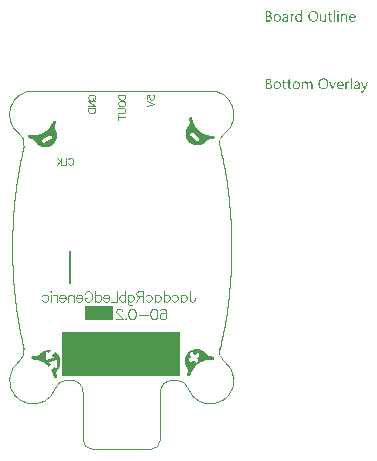
<source format=gbo>
G04*
G04 #@! TF.GenerationSoftware,Altium Limited,Altium Designer,21.9.2 (33)*
G04*
G04 Layer_Color=32896*
%FSAX25Y25*%
%MOIN*%
G70*
G04*
G04 #@! TF.SameCoordinates,B38DDDDE-E499-4E20-BA9E-D90CFE60B386*
G04*
G04*
G04 #@! TF.FilePolarity,Positive*
G04*
G01*
G75*
%ADD12C,0.00787*%
%ADD13C,0.00394*%
%ADD86R,0.09547X0.04823*%
%ADD87R,0.39220X0.14708*%
G36*
X0072142Y0146274D02*
X0072167D01*
X0072223Y0146249D01*
X0072254Y0146231D01*
X0072285Y0146206D01*
X0072291Y0146200D01*
X0072297Y0146194D01*
X0072328Y0146157D01*
X0072353Y0146095D01*
X0072359Y0146057D01*
X0072365Y0146020D01*
Y0146014D01*
Y0146002D01*
X0072359Y0145983D01*
X0072353Y0145958D01*
X0072334Y0145897D01*
X0072309Y0145866D01*
X0072285Y0145835D01*
X0072278D01*
X0072272Y0145822D01*
X0072235Y0145798D01*
X0072179Y0145773D01*
X0072142Y0145767D01*
X0072105Y0145760D01*
X0072086D01*
X0072068Y0145767D01*
X0072043D01*
X0071981Y0145791D01*
X0071950Y0145804D01*
X0071919Y0145828D01*
Y0145835D01*
X0071907Y0145841D01*
X0071895Y0145860D01*
X0071882Y0145878D01*
X0071857Y0145940D01*
X0071851Y0145977D01*
X0071845Y0146020D01*
Y0146027D01*
Y0146039D01*
X0071851Y0146057D01*
X0071857Y0146089D01*
X0071876Y0146144D01*
X0071895Y0146175D01*
X0071919Y0146206D01*
X0071925Y0146212D01*
X0071932Y0146219D01*
X0071969Y0146243D01*
X0072031Y0146268D01*
X0072068Y0146280D01*
X0072124D01*
X0072142Y0146274D01*
D02*
G37*
G36*
X0060152Y0142610D02*
X0059750D01*
Y0143031D01*
X0059737D01*
Y0143024D01*
X0059725Y0143012D01*
X0059706Y0142987D01*
X0059688Y0142956D01*
X0059657Y0142919D01*
X0059620Y0142882D01*
X0059576Y0142839D01*
X0059527Y0142795D01*
X0059471Y0142746D01*
X0059403Y0142703D01*
X0059335Y0142665D01*
X0059255Y0142628D01*
X0059174Y0142597D01*
X0059081Y0142573D01*
X0058982Y0142560D01*
X0058877Y0142554D01*
X0058834D01*
X0058797Y0142560D01*
X0058759Y0142566D01*
X0058710Y0142573D01*
X0058605Y0142597D01*
X0058481Y0142634D01*
X0058357Y0142696D01*
X0058289Y0142734D01*
X0058233Y0142777D01*
X0058171Y0142833D01*
X0058116Y0142888D01*
Y0142894D01*
X0058103Y0142907D01*
X0058091Y0142925D01*
X0058072Y0142950D01*
X0058054Y0142981D01*
X0058029Y0143024D01*
X0058004Y0143074D01*
X0057979Y0143130D01*
X0057948Y0143192D01*
X0057924Y0143260D01*
X0057899Y0143334D01*
X0057880Y0143414D01*
X0057862Y0143501D01*
X0057849Y0143600D01*
X0057843Y0143699D01*
X0057837Y0143804D01*
Y0143811D01*
Y0143829D01*
Y0143866D01*
X0057843Y0143910D01*
X0057849Y0143959D01*
X0057856Y0144021D01*
X0057862Y0144089D01*
X0057874Y0144163D01*
X0057911Y0144324D01*
X0057967Y0144492D01*
X0058004Y0144572D01*
X0058047Y0144652D01*
X0058091Y0144727D01*
X0058147Y0144801D01*
X0058153Y0144807D01*
X0058159Y0144819D01*
X0058178Y0144838D01*
X0058202Y0144863D01*
X0058233Y0144888D01*
X0058276Y0144919D01*
X0058320Y0144956D01*
X0058369Y0144993D01*
X0058493Y0145061D01*
X0058636Y0145123D01*
X0058716Y0145141D01*
X0058803Y0145160D01*
X0058889Y0145172D01*
X0058988Y0145179D01*
X0059038D01*
X0059075Y0145172D01*
X0059112Y0145166D01*
X0059162Y0145160D01*
X0059273Y0145129D01*
X0059397Y0145080D01*
X0059459Y0145049D01*
X0059521Y0145005D01*
X0059583Y0144962D01*
X0059638Y0144906D01*
X0059688Y0144844D01*
X0059737Y0144770D01*
X0059750D01*
Y0146330D01*
X0060152D01*
Y0142610D01*
D02*
G37*
G36*
X0074420Y0145172D02*
X0074494Y0145166D01*
X0074587Y0145148D01*
X0074686Y0145117D01*
X0074792Y0145067D01*
X0074897Y0144999D01*
X0074940Y0144962D01*
X0074983Y0144912D01*
X0074996Y0144900D01*
X0075020Y0144863D01*
X0075051Y0144801D01*
X0075095Y0144714D01*
X0075132Y0144609D01*
X0075169Y0144479D01*
X0075194Y0144324D01*
X0075200Y0144145D01*
Y0142610D01*
X0074798D01*
Y0144040D01*
Y0144046D01*
Y0144077D01*
X0074792Y0144114D01*
Y0144163D01*
X0074779Y0144225D01*
X0074767Y0144293D01*
X0074748Y0144368D01*
X0074723Y0144442D01*
X0074692Y0144516D01*
X0074655Y0144584D01*
X0074606Y0144652D01*
X0074550Y0144714D01*
X0074488Y0144764D01*
X0074408Y0144801D01*
X0074321Y0144832D01*
X0074216Y0144838D01*
X0074203D01*
X0074166Y0144832D01*
X0074111Y0144826D01*
X0074042Y0144807D01*
X0073962Y0144782D01*
X0073875Y0144739D01*
X0073795Y0144683D01*
X0073714Y0144609D01*
X0073708Y0144597D01*
X0073684Y0144572D01*
X0073652Y0144522D01*
X0073615Y0144454D01*
X0073578Y0144374D01*
X0073547Y0144275D01*
X0073523Y0144163D01*
X0073516Y0144040D01*
Y0142610D01*
X0073114D01*
Y0145123D01*
X0073516D01*
Y0144702D01*
X0073529D01*
X0073535Y0144708D01*
X0073541Y0144720D01*
X0073560Y0144745D01*
X0073584Y0144776D01*
X0073609Y0144813D01*
X0073646Y0144851D01*
X0073690Y0144894D01*
X0073739Y0144943D01*
X0073795Y0144987D01*
X0073857Y0145030D01*
X0073925Y0145067D01*
X0073999Y0145104D01*
X0074073Y0145135D01*
X0074160Y0145160D01*
X0074253Y0145172D01*
X0074352Y0145179D01*
X0074389D01*
X0074420Y0145172D01*
D02*
G37*
G36*
X0057422Y0145160D02*
X0057497Y0145154D01*
X0057540Y0145141D01*
X0057571Y0145129D01*
Y0144714D01*
X0057565Y0144720D01*
X0057552Y0144727D01*
X0057528Y0144739D01*
X0057497Y0144758D01*
X0057453Y0144770D01*
X0057398Y0144782D01*
X0057336Y0144789D01*
X0057268Y0144795D01*
X0057255D01*
X0057224Y0144789D01*
X0057175Y0144782D01*
X0057119Y0144764D01*
X0057045Y0144733D01*
X0056977Y0144690D01*
X0056902Y0144628D01*
X0056834Y0144547D01*
X0056828Y0144535D01*
X0056810Y0144504D01*
X0056779Y0144448D01*
X0056748Y0144374D01*
X0056717Y0144281D01*
X0056686Y0144163D01*
X0056667Y0144033D01*
X0056661Y0143885D01*
Y0142610D01*
X0056259D01*
Y0145123D01*
X0056661D01*
Y0144603D01*
X0056673D01*
Y0144609D01*
X0056679Y0144615D01*
X0056692Y0144646D01*
X0056710Y0144696D01*
X0056741Y0144758D01*
X0056772Y0144819D01*
X0056822Y0144888D01*
X0056871Y0144956D01*
X0056933Y0145018D01*
X0056940Y0145024D01*
X0056964Y0145042D01*
X0057001Y0145067D01*
X0057051Y0145092D01*
X0057107Y0145117D01*
X0057175Y0145141D01*
X0057249Y0145160D01*
X0057329Y0145166D01*
X0057385D01*
X0057422Y0145160D01*
D02*
G37*
G36*
X0068162Y0142610D02*
X0067760D01*
Y0143006D01*
X0067747D01*
Y0143000D01*
X0067735Y0142987D01*
X0067722Y0142963D01*
X0067698Y0142938D01*
X0067642Y0142864D01*
X0067555Y0142783D01*
X0067506Y0142740D01*
X0067450Y0142696D01*
X0067388Y0142659D01*
X0067314Y0142622D01*
X0067240Y0142597D01*
X0067159Y0142573D01*
X0067066Y0142560D01*
X0066974Y0142554D01*
X0066936D01*
X0066893Y0142560D01*
X0066831Y0142573D01*
X0066763Y0142585D01*
X0066689Y0142610D01*
X0066608Y0142641D01*
X0066528Y0142690D01*
X0066441Y0142746D01*
X0066361Y0142814D01*
X0066286Y0142901D01*
X0066218Y0143006D01*
X0066156Y0143123D01*
X0066113Y0143266D01*
X0066088Y0143433D01*
X0066076Y0143520D01*
Y0143619D01*
Y0145123D01*
X0066472D01*
Y0143681D01*
Y0143674D01*
Y0143650D01*
X0066478Y0143606D01*
X0066484Y0143557D01*
X0066491Y0143495D01*
X0066503Y0143433D01*
X0066522Y0143359D01*
X0066546Y0143284D01*
X0066584Y0143210D01*
X0066621Y0143142D01*
X0066670Y0143074D01*
X0066732Y0143012D01*
X0066800Y0142963D01*
X0066881Y0142925D01*
X0066980Y0142894D01*
X0067085Y0142888D01*
X0067097D01*
X0067134Y0142894D01*
X0067190Y0142901D01*
X0067252Y0142913D01*
X0067333Y0142944D01*
X0067413Y0142981D01*
X0067493Y0143031D01*
X0067568Y0143105D01*
X0067574Y0143117D01*
X0067599Y0143142D01*
X0067630Y0143192D01*
X0067667Y0143260D01*
X0067698Y0143340D01*
X0067729Y0143439D01*
X0067753Y0143551D01*
X0067760Y0143674D01*
Y0145123D01*
X0068162D01*
Y0142610D01*
D02*
G37*
G36*
X0072297D02*
X0071895D01*
Y0145123D01*
X0072297D01*
Y0142610D01*
D02*
G37*
G36*
X0071078D02*
X0070675D01*
Y0146330D01*
X0071078D01*
Y0142610D01*
D02*
G37*
G36*
X0054699Y0145172D02*
X0054754Y0145166D01*
X0054822Y0145148D01*
X0054897Y0145129D01*
X0054977Y0145098D01*
X0055064Y0145061D01*
X0055144Y0145011D01*
X0055225Y0144949D01*
X0055299Y0144875D01*
X0055367Y0144782D01*
X0055423Y0144677D01*
X0055466Y0144553D01*
X0055491Y0144411D01*
X0055503Y0144244D01*
Y0142610D01*
X0055101D01*
Y0143000D01*
X0055089D01*
Y0142993D01*
X0055076Y0142981D01*
X0055064Y0142956D01*
X0055039Y0142932D01*
X0054977Y0142857D01*
X0054897Y0142777D01*
X0054785Y0142696D01*
X0054655Y0142622D01*
X0054575Y0142597D01*
X0054495Y0142573D01*
X0054408Y0142560D01*
X0054315Y0142554D01*
X0054278D01*
X0054253Y0142560D01*
X0054185Y0142566D01*
X0054105Y0142579D01*
X0054005Y0142604D01*
X0053913Y0142634D01*
X0053814Y0142684D01*
X0053727Y0142746D01*
X0053721Y0142758D01*
X0053696Y0142783D01*
X0053659Y0142826D01*
X0053622Y0142888D01*
X0053584Y0142963D01*
X0053547Y0143049D01*
X0053523Y0143154D01*
X0053516Y0143272D01*
Y0143278D01*
Y0143303D01*
X0053523Y0143340D01*
X0053529Y0143384D01*
X0053541Y0143439D01*
X0053560Y0143501D01*
X0053584Y0143569D01*
X0053622Y0143637D01*
X0053665Y0143711D01*
X0053721Y0143786D01*
X0053789Y0143854D01*
X0053869Y0143916D01*
X0053962Y0143978D01*
X0054074Y0144027D01*
X0054197Y0144064D01*
X0054346Y0144095D01*
X0055101Y0144201D01*
Y0144207D01*
Y0144225D01*
X0055095Y0144262D01*
Y0144300D01*
X0055082Y0144349D01*
X0055076Y0144405D01*
X0055039Y0144522D01*
X0055008Y0144578D01*
X0054977Y0144634D01*
X0054934Y0144690D01*
X0054884Y0144739D01*
X0054822Y0144782D01*
X0054754Y0144813D01*
X0054674Y0144832D01*
X0054581Y0144838D01*
X0054538D01*
X0054507Y0144832D01*
X0054463D01*
X0054420Y0144819D01*
X0054309Y0144801D01*
X0054185Y0144764D01*
X0054049Y0144708D01*
X0053974Y0144671D01*
X0053906Y0144634D01*
X0053832Y0144584D01*
X0053764Y0144529D01*
Y0144943D01*
X0053770D01*
X0053783Y0144956D01*
X0053801Y0144968D01*
X0053832Y0144981D01*
X0053863Y0144999D01*
X0053906Y0145018D01*
X0053956Y0145036D01*
X0054012Y0145061D01*
X0054135Y0145104D01*
X0054284Y0145141D01*
X0054445Y0145166D01*
X0054618Y0145179D01*
X0054655D01*
X0054699Y0145172D01*
D02*
G37*
G36*
X0049010Y0146119D02*
X0049053D01*
X0049097Y0146113D01*
X0049196Y0146101D01*
X0049313Y0146070D01*
X0049437Y0146033D01*
X0049555Y0145977D01*
X0049660Y0145903D01*
X0049666D01*
X0049672Y0145890D01*
X0049703Y0145866D01*
X0049747Y0145816D01*
X0049796Y0145748D01*
X0049840Y0145661D01*
X0049883Y0145562D01*
X0049914Y0145451D01*
X0049926Y0145389D01*
Y0145321D01*
Y0145315D01*
Y0145308D01*
Y0145271D01*
X0049920Y0145216D01*
X0049908Y0145148D01*
X0049889Y0145061D01*
X0049858Y0144974D01*
X0049821Y0144888D01*
X0049765Y0144801D01*
X0049759Y0144789D01*
X0049734Y0144764D01*
X0049697Y0144727D01*
X0049648Y0144677D01*
X0049586Y0144628D01*
X0049512Y0144572D01*
X0049419Y0144529D01*
X0049320Y0144485D01*
Y0144479D01*
X0049338D01*
X0049357Y0144473D01*
X0049375Y0144467D01*
X0049443Y0144454D01*
X0049524Y0144430D01*
X0049611Y0144392D01*
X0049703Y0144349D01*
X0049796Y0144287D01*
X0049883Y0144207D01*
X0049895Y0144194D01*
X0049920Y0144163D01*
X0049951Y0144120D01*
X0049994Y0144052D01*
X0050032Y0143965D01*
X0050069Y0143866D01*
X0050093Y0143749D01*
X0050100Y0143619D01*
Y0143613D01*
Y0143600D01*
Y0143575D01*
X0050093Y0143544D01*
X0050087Y0143507D01*
X0050081Y0143464D01*
X0050056Y0143359D01*
X0050019Y0143241D01*
X0049963Y0143117D01*
X0049926Y0143062D01*
X0049883Y0143000D01*
X0049827Y0142944D01*
X0049771Y0142888D01*
X0049765D01*
X0049759Y0142876D01*
X0049740Y0142864D01*
X0049716Y0142845D01*
X0049685Y0142826D01*
X0049641Y0142802D01*
X0049549Y0142752D01*
X0049431Y0142696D01*
X0049295Y0142653D01*
X0049134Y0142622D01*
X0049053Y0142616D01*
X0048961Y0142610D01*
X0047933D01*
Y0146126D01*
X0048979D01*
X0049010Y0146119D01*
D02*
G37*
G36*
X0069505Y0145123D02*
X0070143D01*
Y0144776D01*
X0069505D01*
Y0143359D01*
Y0143346D01*
Y0143315D01*
X0069511Y0143272D01*
X0069518Y0143216D01*
X0069542Y0143099D01*
X0069561Y0143043D01*
X0069592Y0143000D01*
X0069598Y0142993D01*
X0069610Y0142981D01*
X0069629Y0142969D01*
X0069660Y0142950D01*
X0069697Y0142925D01*
X0069747Y0142913D01*
X0069809Y0142901D01*
X0069877Y0142894D01*
X0069901D01*
X0069932Y0142901D01*
X0069969Y0142907D01*
X0070056Y0142932D01*
X0070100Y0142950D01*
X0070143Y0142975D01*
Y0142628D01*
X0070137D01*
X0070118Y0142616D01*
X0070087Y0142610D01*
X0070044Y0142597D01*
X0069988Y0142585D01*
X0069926Y0142573D01*
X0069852Y0142566D01*
X0069765Y0142560D01*
X0069734D01*
X0069703Y0142566D01*
X0069660Y0142573D01*
X0069610Y0142585D01*
X0069555Y0142597D01*
X0069499Y0142622D01*
X0069437Y0142653D01*
X0069375Y0142690D01*
X0069313Y0142740D01*
X0069258Y0142795D01*
X0069208Y0142870D01*
X0069165Y0142950D01*
X0069134Y0143049D01*
X0069109Y0143161D01*
X0069103Y0143291D01*
Y0144776D01*
X0068676D01*
Y0145123D01*
X0069103D01*
Y0145736D01*
X0069505Y0145866D01*
Y0145123D01*
D02*
G37*
G36*
X0077032Y0145172D02*
X0077076Y0145166D01*
X0077119Y0145160D01*
X0077230Y0145141D01*
X0077354Y0145098D01*
X0077478Y0145042D01*
X0077540Y0145005D01*
X0077602Y0144962D01*
X0077657Y0144912D01*
X0077713Y0144857D01*
X0077719Y0144851D01*
X0077725Y0144844D01*
X0077738Y0144826D01*
X0077757Y0144801D01*
X0077775Y0144764D01*
X0077800Y0144727D01*
X0077825Y0144683D01*
X0077849Y0144628D01*
X0077874Y0144566D01*
X0077899Y0144504D01*
X0077924Y0144430D01*
X0077942Y0144349D01*
X0077961Y0144262D01*
X0077973Y0144176D01*
X0077986Y0144077D01*
Y0143972D01*
Y0143761D01*
X0076209D01*
Y0143755D01*
Y0143743D01*
Y0143724D01*
X0076215Y0143693D01*
X0076221Y0143656D01*
Y0143619D01*
X0076240Y0143520D01*
X0076271Y0143421D01*
X0076308Y0143309D01*
X0076364Y0143204D01*
X0076432Y0143111D01*
X0076444Y0143099D01*
X0076469Y0143074D01*
X0076518Y0143043D01*
X0076587Y0143000D01*
X0076673Y0142956D01*
X0076772Y0142925D01*
X0076890Y0142901D01*
X0077026Y0142888D01*
X0077069D01*
X0077100Y0142894D01*
X0077138D01*
X0077181Y0142901D01*
X0077286Y0142925D01*
X0077404Y0142956D01*
X0077534Y0143006D01*
X0077670Y0143074D01*
X0077738Y0143117D01*
X0077806Y0143167D01*
Y0142789D01*
X0077800D01*
X0077794Y0142777D01*
X0077775Y0142771D01*
X0077744Y0142752D01*
X0077713Y0142734D01*
X0077676Y0142715D01*
X0077627Y0142696D01*
X0077577Y0142672D01*
X0077515Y0142647D01*
X0077447Y0142628D01*
X0077298Y0142591D01*
X0077125Y0142566D01*
X0076933Y0142554D01*
X0076884D01*
X0076847Y0142560D01*
X0076803Y0142566D01*
X0076748Y0142573D01*
X0076630Y0142597D01*
X0076494Y0142634D01*
X0076358Y0142696D01*
X0076289Y0142740D01*
X0076221Y0142783D01*
X0076160Y0142833D01*
X0076098Y0142894D01*
X0076091Y0142901D01*
X0076085Y0142913D01*
X0076073Y0142932D01*
X0076048Y0142956D01*
X0076029Y0142993D01*
X0076005Y0143037D01*
X0075974Y0143086D01*
X0075949Y0143142D01*
X0075918Y0143204D01*
X0075893Y0143278D01*
X0075862Y0143359D01*
X0075844Y0143445D01*
X0075825Y0143538D01*
X0075807Y0143637D01*
X0075800Y0143743D01*
X0075794Y0143854D01*
Y0143860D01*
Y0143879D01*
Y0143910D01*
X0075800Y0143953D01*
X0075807Y0144002D01*
X0075813Y0144058D01*
X0075819Y0144126D01*
X0075838Y0144194D01*
X0075875Y0144343D01*
X0075930Y0144504D01*
X0075968Y0144584D01*
X0076017Y0144659D01*
X0076067Y0144739D01*
X0076122Y0144807D01*
X0076129Y0144813D01*
X0076141Y0144826D01*
X0076160Y0144844D01*
X0076184Y0144863D01*
X0076215Y0144894D01*
X0076252Y0144925D01*
X0076302Y0144956D01*
X0076351Y0144993D01*
X0076469Y0145061D01*
X0076611Y0145123D01*
X0076692Y0145141D01*
X0076772Y0145160D01*
X0076859Y0145172D01*
X0076952Y0145179D01*
X0077001D01*
X0077032Y0145172D01*
D02*
G37*
G36*
X0063990Y0146181D02*
X0064052Y0146175D01*
X0064126Y0146163D01*
X0064207Y0146144D01*
X0064293Y0146126D01*
X0064380Y0146101D01*
X0064479Y0146070D01*
X0064572Y0146027D01*
X0064671Y0145977D01*
X0064770Y0145921D01*
X0064863Y0145853D01*
X0064956Y0145779D01*
X0065042Y0145692D01*
X0065048Y0145686D01*
X0065061Y0145668D01*
X0065086Y0145643D01*
X0065110Y0145606D01*
X0065148Y0145556D01*
X0065185Y0145494D01*
X0065222Y0145426D01*
X0065265Y0145352D01*
X0065308Y0145259D01*
X0065346Y0145166D01*
X0065383Y0145061D01*
X0065420Y0144943D01*
X0065445Y0144826D01*
X0065469Y0144696D01*
X0065482Y0144553D01*
X0065488Y0144411D01*
Y0144399D01*
Y0144374D01*
Y0144331D01*
X0065482Y0144269D01*
X0065475Y0144194D01*
X0065463Y0144114D01*
X0065451Y0144021D01*
X0065432Y0143916D01*
X0065407Y0143811D01*
X0065377Y0143699D01*
X0065339Y0143588D01*
X0065296Y0143476D01*
X0065240Y0143359D01*
X0065178Y0143254D01*
X0065110Y0143148D01*
X0065030Y0143049D01*
X0065024Y0143043D01*
X0065011Y0143031D01*
X0064980Y0143006D01*
X0064949Y0142975D01*
X0064900Y0142932D01*
X0064844Y0142894D01*
X0064782Y0142845D01*
X0064708Y0142802D01*
X0064627Y0142758D01*
X0064535Y0142709D01*
X0064436Y0142672D01*
X0064324Y0142634D01*
X0064207Y0142597D01*
X0064083Y0142573D01*
X0063953Y0142560D01*
X0063810Y0142554D01*
X0063779D01*
X0063736Y0142560D01*
X0063687D01*
X0063625Y0142566D01*
X0063550Y0142579D01*
X0063470Y0142597D01*
X0063377Y0142616D01*
X0063284Y0142641D01*
X0063185Y0142672D01*
X0063086Y0142715D01*
X0062987Y0142758D01*
X0062888Y0142814D01*
X0062789Y0142882D01*
X0062696Y0142956D01*
X0062610Y0143043D01*
X0062603Y0143049D01*
X0062591Y0143068D01*
X0062566Y0143093D01*
X0062542Y0143130D01*
X0062504Y0143179D01*
X0062467Y0143241D01*
X0062430Y0143309D01*
X0062387Y0143390D01*
X0062343Y0143476D01*
X0062306Y0143569D01*
X0062269Y0143674D01*
X0062232Y0143792D01*
X0062207Y0143910D01*
X0062182Y0144040D01*
X0062170Y0144182D01*
X0062164Y0144324D01*
Y0144337D01*
Y0144361D01*
X0062170Y0144405D01*
Y0144467D01*
X0062176Y0144535D01*
X0062189Y0144622D01*
X0062201Y0144714D01*
X0062220Y0144813D01*
X0062244Y0144919D01*
X0062275Y0145030D01*
X0062312Y0145141D01*
X0062356Y0145253D01*
X0062411Y0145364D01*
X0062473Y0145476D01*
X0062542Y0145581D01*
X0062622Y0145680D01*
X0062628Y0145686D01*
X0062641Y0145705D01*
X0062672Y0145729D01*
X0062709Y0145760D01*
X0062752Y0145798D01*
X0062808Y0145841D01*
X0062876Y0145884D01*
X0062950Y0145934D01*
X0063037Y0145983D01*
X0063130Y0146027D01*
X0063228Y0146070D01*
X0063340Y0146107D01*
X0063464Y0146138D01*
X0063594Y0146169D01*
X0063730Y0146181D01*
X0063872Y0146187D01*
X0063940D01*
X0063990Y0146181D01*
D02*
G37*
G36*
X0051963Y0145172D02*
X0052006Y0145166D01*
X0052062Y0145160D01*
X0052186Y0145135D01*
X0052328Y0145092D01*
X0052470Y0145030D01*
X0052545Y0144993D01*
X0052613Y0144949D01*
X0052681Y0144894D01*
X0052743Y0144832D01*
X0052749Y0144826D01*
X0052755Y0144813D01*
X0052774Y0144795D01*
X0052792Y0144770D01*
X0052817Y0144733D01*
X0052842Y0144690D01*
X0052873Y0144640D01*
X0052904Y0144584D01*
X0052928Y0144516D01*
X0052959Y0144448D01*
X0052984Y0144368D01*
X0053009Y0144281D01*
X0053027Y0144188D01*
X0053046Y0144089D01*
X0053052Y0143984D01*
X0053058Y0143872D01*
Y0143866D01*
Y0143848D01*
Y0143817D01*
X0053052Y0143773D01*
X0053046Y0143724D01*
X0053040Y0143662D01*
X0053027Y0143600D01*
X0053015Y0143526D01*
X0052978Y0143377D01*
X0052916Y0143216D01*
X0052879Y0143136D01*
X0052829Y0143055D01*
X0052780Y0142981D01*
X0052718Y0142913D01*
X0052712Y0142907D01*
X0052699Y0142901D01*
X0052681Y0142882D01*
X0052656Y0142857D01*
X0052619Y0142833D01*
X0052582Y0142802D01*
X0052532Y0142764D01*
X0052477Y0142734D01*
X0052415Y0142703D01*
X0052346Y0142665D01*
X0052272Y0142634D01*
X0052192Y0142610D01*
X0052105Y0142585D01*
X0052012Y0142573D01*
X0051913Y0142560D01*
X0051808Y0142554D01*
X0051752D01*
X0051715Y0142560D01*
X0051672Y0142566D01*
X0051616Y0142573D01*
X0051554Y0142585D01*
X0051486Y0142597D01*
X0051344Y0142641D01*
X0051195Y0142703D01*
X0051121Y0142740D01*
X0051053Y0142789D01*
X0050985Y0142839D01*
X0050917Y0142901D01*
X0050910Y0142907D01*
X0050904Y0142919D01*
X0050886Y0142938D01*
X0050867Y0142963D01*
X0050842Y0143000D01*
X0050811Y0143043D01*
X0050780Y0143093D01*
X0050756Y0143148D01*
X0050725Y0143216D01*
X0050694Y0143284D01*
X0050663Y0143359D01*
X0050638Y0143445D01*
X0050601Y0143631D01*
X0050595Y0143730D01*
X0050589Y0143835D01*
Y0143842D01*
Y0143866D01*
Y0143897D01*
X0050595Y0143941D01*
X0050601Y0143990D01*
X0050607Y0144052D01*
X0050620Y0144120D01*
X0050632Y0144194D01*
X0050669Y0144355D01*
X0050731Y0144516D01*
X0050774Y0144597D01*
X0050818Y0144677D01*
X0050867Y0144751D01*
X0050929Y0144819D01*
X0050935Y0144826D01*
X0050948Y0144838D01*
X0050966Y0144851D01*
X0050991Y0144875D01*
X0051028Y0144900D01*
X0051071Y0144931D01*
X0051121Y0144968D01*
X0051177Y0144999D01*
X0051239Y0145030D01*
X0051313Y0145067D01*
X0051387Y0145098D01*
X0051474Y0145123D01*
X0051560Y0145148D01*
X0051659Y0145166D01*
X0051765Y0145172D01*
X0051870Y0145179D01*
X0051926D01*
X0051963Y0145172D01*
D02*
G37*
G36*
X0062870Y0122677D02*
X0062925Y0122664D01*
X0062987Y0122652D01*
X0063055Y0122627D01*
X0063136Y0122596D01*
X0063210Y0122553D01*
X0063290Y0122504D01*
X0063365Y0122435D01*
X0063433Y0122349D01*
X0063495Y0122250D01*
X0063550Y0122138D01*
X0063588Y0121996D01*
X0063618Y0121841D01*
X0063625Y0121662D01*
Y0120114D01*
X0063222D01*
Y0121556D01*
Y0121563D01*
Y0121575D01*
Y0121594D01*
Y0121625D01*
X0063216Y0121699D01*
X0063204Y0121785D01*
X0063191Y0121885D01*
X0063167Y0121984D01*
X0063136Y0122076D01*
X0063092Y0122157D01*
X0063086Y0122163D01*
X0063068Y0122188D01*
X0063037Y0122219D01*
X0062987Y0122250D01*
X0062931Y0122287D01*
X0062857Y0122312D01*
X0062764Y0122336D01*
X0062659Y0122343D01*
X0062647D01*
X0062616Y0122336D01*
X0062566Y0122330D01*
X0062504Y0122312D01*
X0062436Y0122287D01*
X0062362Y0122244D01*
X0062288Y0122188D01*
X0062220Y0122107D01*
X0062213Y0122095D01*
X0062195Y0122064D01*
X0062164Y0122015D01*
X0062133Y0121947D01*
X0062096Y0121866D01*
X0062071Y0121773D01*
X0062046Y0121662D01*
X0062040Y0121544D01*
Y0120114D01*
X0061638D01*
Y0121606D01*
Y0121612D01*
Y0121637D01*
X0061632Y0121674D01*
Y0121724D01*
X0061619Y0121779D01*
X0061607Y0121841D01*
X0061588Y0121903D01*
X0061570Y0121977D01*
X0061539Y0122046D01*
X0061501Y0122107D01*
X0061452Y0122169D01*
X0061396Y0122225D01*
X0061334Y0122274D01*
X0061254Y0122312D01*
X0061167Y0122336D01*
X0061068Y0122343D01*
X0061056D01*
X0061025Y0122336D01*
X0060975Y0122330D01*
X0060913Y0122318D01*
X0060845Y0122287D01*
X0060771Y0122250D01*
X0060697Y0122194D01*
X0060629Y0122120D01*
X0060623Y0122107D01*
X0060604Y0122083D01*
X0060573Y0122033D01*
X0060542Y0121965D01*
X0060511Y0121885D01*
X0060480Y0121785D01*
X0060462Y0121674D01*
X0060455Y0121544D01*
Y0120114D01*
X0060053D01*
Y0122627D01*
X0060455D01*
Y0122225D01*
X0060468D01*
X0060474Y0122231D01*
X0060480Y0122244D01*
X0060499Y0122268D01*
X0060517Y0122299D01*
X0060579Y0122367D01*
X0060666Y0122454D01*
X0060777Y0122541D01*
X0060907Y0122609D01*
X0060988Y0122640D01*
X0061068Y0122664D01*
X0061155Y0122677D01*
X0061248Y0122683D01*
X0061291D01*
X0061341Y0122677D01*
X0061402Y0122664D01*
X0061471Y0122646D01*
X0061545Y0122621D01*
X0061619Y0122590D01*
X0061693Y0122541D01*
X0061700Y0122535D01*
X0061724Y0122516D01*
X0061755Y0122485D01*
X0061799Y0122442D01*
X0061842Y0122386D01*
X0061885Y0122324D01*
X0061929Y0122250D01*
X0061960Y0122163D01*
X0061966Y0122169D01*
X0061972Y0122188D01*
X0061990Y0122213D01*
X0062009Y0122244D01*
X0062040Y0122287D01*
X0062077Y0122330D01*
X0062120Y0122374D01*
X0062170Y0122423D01*
X0062226Y0122473D01*
X0062288Y0122516D01*
X0062356Y0122565D01*
X0062430Y0122603D01*
X0062511Y0122634D01*
X0062597Y0122658D01*
X0062696Y0122677D01*
X0062795Y0122683D01*
X0062832D01*
X0062870Y0122677D01*
D02*
G37*
G36*
X0075745Y0122664D02*
X0075819Y0122658D01*
X0075862Y0122646D01*
X0075893Y0122634D01*
Y0122219D01*
X0075887Y0122225D01*
X0075875Y0122231D01*
X0075850Y0122244D01*
X0075819Y0122262D01*
X0075776Y0122274D01*
X0075720Y0122287D01*
X0075658Y0122293D01*
X0075590Y0122299D01*
X0075578D01*
X0075547Y0122293D01*
X0075497Y0122287D01*
X0075441Y0122268D01*
X0075367Y0122237D01*
X0075299Y0122194D01*
X0075225Y0122132D01*
X0075157Y0122052D01*
X0075151Y0122039D01*
X0075132Y0122008D01*
X0075101Y0121953D01*
X0075070Y0121878D01*
X0075039Y0121785D01*
X0075008Y0121668D01*
X0074989Y0121538D01*
X0074983Y0121389D01*
Y0120114D01*
X0074581D01*
Y0122627D01*
X0074983D01*
Y0122107D01*
X0074996D01*
Y0122114D01*
X0075002Y0122120D01*
X0075014Y0122151D01*
X0075033Y0122200D01*
X0075064Y0122262D01*
X0075095Y0122324D01*
X0075144Y0122392D01*
X0075194Y0122460D01*
X0075256Y0122522D01*
X0075262Y0122528D01*
X0075287Y0122547D01*
X0075324Y0122572D01*
X0075373Y0122596D01*
X0075429Y0122621D01*
X0075497Y0122646D01*
X0075571Y0122664D01*
X0075652Y0122671D01*
X0075708D01*
X0075745Y0122664D01*
D02*
G37*
G36*
X0080950Y0119712D02*
X0080944Y0119706D01*
X0080938Y0119681D01*
X0080920Y0119638D01*
X0080895Y0119588D01*
X0080864Y0119532D01*
X0080821Y0119464D01*
X0080777Y0119396D01*
X0080728Y0119322D01*
X0080666Y0119248D01*
X0080604Y0119179D01*
X0080530Y0119112D01*
X0080449Y0119056D01*
X0080369Y0119006D01*
X0080276Y0118963D01*
X0080183Y0118938D01*
X0080078Y0118932D01*
X0080022D01*
X0079985Y0118938D01*
X0079904Y0118950D01*
X0079818Y0118969D01*
Y0119328D01*
X0079824D01*
X0079843Y0119322D01*
X0079867Y0119316D01*
X0079898Y0119309D01*
X0079972Y0119291D01*
X0080053Y0119285D01*
X0080065D01*
X0080102Y0119291D01*
X0080158Y0119303D01*
X0080226Y0119328D01*
X0080301Y0119371D01*
X0080338Y0119402D01*
X0080375Y0119439D01*
X0080412Y0119477D01*
X0080449Y0119526D01*
X0080480Y0119582D01*
X0080511Y0119644D01*
X0080715Y0120114D01*
X0079731Y0122627D01*
X0080177D01*
X0080858Y0120690D01*
Y0120684D01*
X0080864Y0120671D01*
X0080870Y0120653D01*
X0080876Y0120628D01*
X0080882Y0120591D01*
X0080895Y0120554D01*
X0080907Y0120498D01*
X0080926D01*
Y0120510D01*
X0080938Y0120547D01*
X0080950Y0120603D01*
X0080975Y0120684D01*
X0081687Y0122627D01*
X0082102D01*
X0080950Y0119712D01*
D02*
G37*
G36*
X0070520Y0120114D02*
X0070124D01*
X0069171Y0122627D01*
X0069610D01*
X0070254Y0120801D01*
X0070260Y0120795D01*
X0070267Y0120770D01*
X0070279Y0120727D01*
X0070291Y0120684D01*
X0070304Y0120628D01*
X0070322Y0120566D01*
X0070341Y0120449D01*
X0070347D01*
Y0120455D01*
X0070353Y0120479D01*
X0070359Y0120517D01*
X0070366Y0120560D01*
X0070378Y0120616D01*
X0070390Y0120671D01*
X0070428Y0120789D01*
X0071096Y0122627D01*
X0071517D01*
X0070520Y0120114D01*
D02*
G37*
G36*
X0078543Y0122677D02*
X0078598Y0122671D01*
X0078666Y0122652D01*
X0078741Y0122634D01*
X0078821Y0122603D01*
X0078908Y0122565D01*
X0078988Y0122516D01*
X0079069Y0122454D01*
X0079143Y0122380D01*
X0079211Y0122287D01*
X0079267Y0122182D01*
X0079310Y0122058D01*
X0079335Y0121915D01*
X0079347Y0121748D01*
Y0120114D01*
X0078945D01*
Y0120504D01*
X0078933D01*
Y0120498D01*
X0078920Y0120486D01*
X0078908Y0120461D01*
X0078883Y0120436D01*
X0078821Y0120362D01*
X0078741Y0120281D01*
X0078629Y0120201D01*
X0078499Y0120127D01*
X0078419Y0120102D01*
X0078338Y0120077D01*
X0078252Y0120065D01*
X0078159Y0120059D01*
X0078122D01*
X0078097Y0120065D01*
X0078029Y0120071D01*
X0077948Y0120083D01*
X0077849Y0120108D01*
X0077757Y0120139D01*
X0077657Y0120188D01*
X0077571Y0120250D01*
X0077565Y0120263D01*
X0077540Y0120288D01*
X0077503Y0120331D01*
X0077465Y0120393D01*
X0077428Y0120467D01*
X0077391Y0120554D01*
X0077367Y0120659D01*
X0077360Y0120777D01*
Y0120783D01*
Y0120808D01*
X0077367Y0120845D01*
X0077373Y0120888D01*
X0077385Y0120944D01*
X0077404Y0121006D01*
X0077428Y0121074D01*
X0077465Y0121142D01*
X0077509Y0121216D01*
X0077565Y0121290D01*
X0077633Y0121358D01*
X0077713Y0121420D01*
X0077806Y0121482D01*
X0077917Y0121532D01*
X0078041Y0121569D01*
X0078190Y0121600D01*
X0078945Y0121705D01*
Y0121711D01*
Y0121730D01*
X0078939Y0121767D01*
Y0121804D01*
X0078926Y0121854D01*
X0078920Y0121909D01*
X0078883Y0122027D01*
X0078852Y0122083D01*
X0078821Y0122138D01*
X0078778Y0122194D01*
X0078728Y0122244D01*
X0078666Y0122287D01*
X0078598Y0122318D01*
X0078518Y0122336D01*
X0078425Y0122343D01*
X0078382D01*
X0078351Y0122336D01*
X0078307D01*
X0078264Y0122324D01*
X0078153Y0122306D01*
X0078029Y0122268D01*
X0077893Y0122213D01*
X0077818Y0122176D01*
X0077750Y0122138D01*
X0077676Y0122089D01*
X0077608Y0122033D01*
Y0122448D01*
X0077614D01*
X0077627Y0122460D01*
X0077645Y0122473D01*
X0077676Y0122485D01*
X0077707Y0122504D01*
X0077750Y0122522D01*
X0077800Y0122541D01*
X0077855Y0122565D01*
X0077979Y0122609D01*
X0078128Y0122646D01*
X0078289Y0122671D01*
X0078462Y0122683D01*
X0078499D01*
X0078543Y0122677D01*
D02*
G37*
G36*
X0076729Y0120114D02*
X0076327D01*
Y0123834D01*
X0076729D01*
Y0120114D01*
D02*
G37*
G36*
X0049010Y0123624D02*
X0049053D01*
X0049097Y0123618D01*
X0049196Y0123605D01*
X0049313Y0123574D01*
X0049437Y0123537D01*
X0049555Y0123482D01*
X0049660Y0123407D01*
X0049666D01*
X0049672Y0123395D01*
X0049703Y0123370D01*
X0049747Y0123321D01*
X0049796Y0123253D01*
X0049840Y0123166D01*
X0049883Y0123067D01*
X0049914Y0122955D01*
X0049926Y0122894D01*
Y0122826D01*
Y0122819D01*
Y0122813D01*
Y0122776D01*
X0049920Y0122720D01*
X0049908Y0122652D01*
X0049889Y0122565D01*
X0049858Y0122479D01*
X0049821Y0122392D01*
X0049765Y0122306D01*
X0049759Y0122293D01*
X0049734Y0122268D01*
X0049697Y0122231D01*
X0049648Y0122182D01*
X0049586Y0122132D01*
X0049512Y0122076D01*
X0049419Y0122033D01*
X0049320Y0121990D01*
Y0121984D01*
X0049338D01*
X0049357Y0121977D01*
X0049375Y0121971D01*
X0049443Y0121959D01*
X0049524Y0121934D01*
X0049611Y0121897D01*
X0049703Y0121854D01*
X0049796Y0121792D01*
X0049883Y0121711D01*
X0049895Y0121699D01*
X0049920Y0121668D01*
X0049951Y0121625D01*
X0049994Y0121556D01*
X0050032Y0121470D01*
X0050069Y0121371D01*
X0050093Y0121253D01*
X0050100Y0121123D01*
Y0121117D01*
Y0121105D01*
Y0121080D01*
X0050093Y0121049D01*
X0050087Y0121012D01*
X0050081Y0120968D01*
X0050056Y0120863D01*
X0050019Y0120746D01*
X0049963Y0120622D01*
X0049926Y0120566D01*
X0049883Y0120504D01*
X0049827Y0120449D01*
X0049771Y0120393D01*
X0049765D01*
X0049759Y0120380D01*
X0049740Y0120368D01*
X0049716Y0120350D01*
X0049685Y0120331D01*
X0049641Y0120306D01*
X0049549Y0120257D01*
X0049431Y0120201D01*
X0049295Y0120158D01*
X0049134Y0120127D01*
X0049053Y0120120D01*
X0048961Y0120114D01*
X0047933D01*
Y0123630D01*
X0048979D01*
X0049010Y0123624D01*
D02*
G37*
G36*
X0055937Y0122627D02*
X0056574D01*
Y0122281D01*
X0055937D01*
Y0120863D01*
Y0120851D01*
Y0120820D01*
X0055943Y0120777D01*
X0055949Y0120721D01*
X0055974Y0120603D01*
X0055992Y0120547D01*
X0056023Y0120504D01*
X0056030Y0120498D01*
X0056042Y0120486D01*
X0056060Y0120473D01*
X0056091Y0120455D01*
X0056129Y0120430D01*
X0056178Y0120418D01*
X0056240Y0120405D01*
X0056308Y0120399D01*
X0056333D01*
X0056364Y0120405D01*
X0056401Y0120411D01*
X0056488Y0120436D01*
X0056531Y0120455D01*
X0056574Y0120479D01*
Y0120133D01*
X0056568D01*
X0056550Y0120120D01*
X0056519Y0120114D01*
X0056475Y0120102D01*
X0056420Y0120089D01*
X0056358Y0120077D01*
X0056283Y0120071D01*
X0056197Y0120065D01*
X0056166D01*
X0056135Y0120071D01*
X0056091Y0120077D01*
X0056042Y0120089D01*
X0055986Y0120102D01*
X0055931Y0120127D01*
X0055869Y0120158D01*
X0055807Y0120195D01*
X0055745Y0120244D01*
X0055689Y0120300D01*
X0055640Y0120374D01*
X0055596Y0120455D01*
X0055565Y0120554D01*
X0055541Y0120665D01*
X0055534Y0120795D01*
Y0122281D01*
X0055107D01*
Y0122627D01*
X0055534D01*
Y0123240D01*
X0055937Y0123370D01*
Y0122627D01*
D02*
G37*
G36*
X0054234D02*
X0054872D01*
Y0122281D01*
X0054234D01*
Y0120863D01*
Y0120851D01*
Y0120820D01*
X0054241Y0120777D01*
X0054247Y0120721D01*
X0054272Y0120603D01*
X0054290Y0120547D01*
X0054321Y0120504D01*
X0054327Y0120498D01*
X0054340Y0120486D01*
X0054358Y0120473D01*
X0054389Y0120455D01*
X0054426Y0120430D01*
X0054476Y0120418D01*
X0054538Y0120405D01*
X0054606Y0120399D01*
X0054631D01*
X0054662Y0120405D01*
X0054699Y0120411D01*
X0054785Y0120436D01*
X0054829Y0120455D01*
X0054872Y0120479D01*
Y0120133D01*
X0054866D01*
X0054847Y0120120D01*
X0054816Y0120114D01*
X0054773Y0120102D01*
X0054717Y0120089D01*
X0054655Y0120077D01*
X0054581Y0120071D01*
X0054495Y0120065D01*
X0054463D01*
X0054433Y0120071D01*
X0054389Y0120077D01*
X0054340Y0120089D01*
X0054284Y0120102D01*
X0054228Y0120127D01*
X0054166Y0120158D01*
X0054105Y0120195D01*
X0054043Y0120244D01*
X0053987Y0120300D01*
X0053937Y0120374D01*
X0053894Y0120455D01*
X0053863Y0120554D01*
X0053838Y0120665D01*
X0053832Y0120795D01*
Y0122281D01*
X0053405D01*
Y0122627D01*
X0053832D01*
Y0123240D01*
X0054234Y0123370D01*
Y0122627D01*
D02*
G37*
G36*
X0073021Y0122677D02*
X0073065Y0122671D01*
X0073108Y0122664D01*
X0073219Y0122646D01*
X0073343Y0122603D01*
X0073467Y0122547D01*
X0073529Y0122510D01*
X0073591Y0122466D01*
X0073646Y0122417D01*
X0073702Y0122361D01*
X0073708Y0122355D01*
X0073714Y0122349D01*
X0073727Y0122330D01*
X0073745Y0122306D01*
X0073764Y0122268D01*
X0073789Y0122231D01*
X0073813Y0122188D01*
X0073838Y0122132D01*
X0073863Y0122070D01*
X0073888Y0122008D01*
X0073913Y0121934D01*
X0073931Y0121854D01*
X0073950Y0121767D01*
X0073962Y0121680D01*
X0073974Y0121581D01*
Y0121476D01*
Y0121266D01*
X0072198D01*
Y0121259D01*
Y0121247D01*
Y0121228D01*
X0072204Y0121197D01*
X0072210Y0121160D01*
Y0121123D01*
X0072229Y0121024D01*
X0072260Y0120925D01*
X0072297Y0120814D01*
X0072353Y0120709D01*
X0072421Y0120616D01*
X0072433Y0120603D01*
X0072458Y0120579D01*
X0072507Y0120547D01*
X0072575Y0120504D01*
X0072662Y0120461D01*
X0072761Y0120430D01*
X0072879Y0120405D01*
X0073015Y0120393D01*
X0073058D01*
X0073089Y0120399D01*
X0073126D01*
X0073170Y0120405D01*
X0073275Y0120430D01*
X0073392Y0120461D01*
X0073523Y0120510D01*
X0073659Y0120579D01*
X0073727Y0120622D01*
X0073795Y0120671D01*
Y0120294D01*
X0073789D01*
X0073782Y0120281D01*
X0073764Y0120275D01*
X0073733Y0120257D01*
X0073702Y0120238D01*
X0073665Y0120220D01*
X0073615Y0120201D01*
X0073566Y0120176D01*
X0073504Y0120151D01*
X0073436Y0120133D01*
X0073287Y0120096D01*
X0073114Y0120071D01*
X0072922Y0120059D01*
X0072873D01*
X0072835Y0120065D01*
X0072792Y0120071D01*
X0072736Y0120077D01*
X0072619Y0120102D01*
X0072483Y0120139D01*
X0072346Y0120201D01*
X0072278Y0120244D01*
X0072210Y0120288D01*
X0072148Y0120337D01*
X0072086Y0120399D01*
X0072080Y0120405D01*
X0072074Y0120418D01*
X0072062Y0120436D01*
X0072037Y0120461D01*
X0072018Y0120498D01*
X0071994Y0120541D01*
X0071963Y0120591D01*
X0071938Y0120647D01*
X0071907Y0120709D01*
X0071882Y0120783D01*
X0071851Y0120863D01*
X0071833Y0120950D01*
X0071814Y0121043D01*
X0071795Y0121142D01*
X0071789Y0121247D01*
X0071783Y0121358D01*
Y0121365D01*
Y0121383D01*
Y0121414D01*
X0071789Y0121458D01*
X0071795Y0121507D01*
X0071802Y0121563D01*
X0071808Y0121631D01*
X0071826Y0121699D01*
X0071864Y0121847D01*
X0071919Y0122008D01*
X0071956Y0122089D01*
X0072006Y0122163D01*
X0072056Y0122244D01*
X0072111Y0122312D01*
X0072117Y0122318D01*
X0072130Y0122330D01*
X0072148Y0122349D01*
X0072173Y0122367D01*
X0072204Y0122398D01*
X0072241Y0122429D01*
X0072291Y0122460D01*
X0072340Y0122497D01*
X0072458Y0122565D01*
X0072600Y0122627D01*
X0072681Y0122646D01*
X0072761Y0122664D01*
X0072848Y0122677D01*
X0072941Y0122683D01*
X0072990D01*
X0073021Y0122677D01*
D02*
G37*
G36*
X0067407Y0123686D02*
X0067469Y0123680D01*
X0067543Y0123667D01*
X0067624Y0123649D01*
X0067710Y0123630D01*
X0067797Y0123605D01*
X0067896Y0123574D01*
X0067989Y0123531D01*
X0068088Y0123482D01*
X0068187Y0123426D01*
X0068280Y0123358D01*
X0068372Y0123284D01*
X0068459Y0123197D01*
X0068465Y0123191D01*
X0068478Y0123172D01*
X0068502Y0123147D01*
X0068527Y0123110D01*
X0068564Y0123061D01*
X0068602Y0122999D01*
X0068639Y0122931D01*
X0068682Y0122856D01*
X0068725Y0122764D01*
X0068762Y0122671D01*
X0068800Y0122565D01*
X0068837Y0122448D01*
X0068862Y0122330D01*
X0068886Y0122200D01*
X0068899Y0122058D01*
X0068905Y0121915D01*
Y0121903D01*
Y0121878D01*
Y0121835D01*
X0068899Y0121773D01*
X0068892Y0121699D01*
X0068880Y0121618D01*
X0068868Y0121526D01*
X0068849Y0121420D01*
X0068824Y0121315D01*
X0068793Y0121204D01*
X0068756Y0121092D01*
X0068713Y0120981D01*
X0068657Y0120863D01*
X0068595Y0120758D01*
X0068527Y0120653D01*
X0068447Y0120554D01*
X0068441Y0120547D01*
X0068428Y0120535D01*
X0068397Y0120510D01*
X0068366Y0120479D01*
X0068317Y0120436D01*
X0068261Y0120399D01*
X0068199Y0120350D01*
X0068125Y0120306D01*
X0068044Y0120263D01*
X0067952Y0120213D01*
X0067852Y0120176D01*
X0067741Y0120139D01*
X0067624Y0120102D01*
X0067500Y0120077D01*
X0067370Y0120065D01*
X0067227Y0120059D01*
X0067196D01*
X0067153Y0120065D01*
X0067103D01*
X0067042Y0120071D01*
X0066967Y0120083D01*
X0066887Y0120102D01*
X0066794Y0120120D01*
X0066701Y0120145D01*
X0066602Y0120176D01*
X0066503Y0120220D01*
X0066404Y0120263D01*
X0066305Y0120318D01*
X0066206Y0120387D01*
X0066113Y0120461D01*
X0066026Y0120547D01*
X0066020Y0120554D01*
X0066008Y0120572D01*
X0065983Y0120597D01*
X0065958Y0120634D01*
X0065921Y0120684D01*
X0065884Y0120746D01*
X0065847Y0120814D01*
X0065804Y0120894D01*
X0065760Y0120981D01*
X0065723Y0121074D01*
X0065686Y0121179D01*
X0065649Y0121297D01*
X0065624Y0121414D01*
X0065599Y0121544D01*
X0065587Y0121686D01*
X0065581Y0121829D01*
Y0121841D01*
Y0121866D01*
X0065587Y0121909D01*
Y0121971D01*
X0065593Y0122039D01*
X0065605Y0122126D01*
X0065618Y0122219D01*
X0065636Y0122318D01*
X0065661Y0122423D01*
X0065692Y0122535D01*
X0065729Y0122646D01*
X0065773Y0122757D01*
X0065828Y0122869D01*
X0065890Y0122980D01*
X0065958Y0123085D01*
X0066039Y0123185D01*
X0066045Y0123191D01*
X0066057Y0123209D01*
X0066088Y0123234D01*
X0066126Y0123265D01*
X0066169Y0123302D01*
X0066224Y0123345D01*
X0066293Y0123389D01*
X0066367Y0123438D01*
X0066453Y0123488D01*
X0066546Y0123531D01*
X0066645Y0123574D01*
X0066757Y0123612D01*
X0066881Y0123643D01*
X0067011Y0123673D01*
X0067147Y0123686D01*
X0067289Y0123692D01*
X0067357D01*
X0067407Y0123686D01*
D02*
G37*
G36*
X0058314Y0122677D02*
X0058357Y0122671D01*
X0058413Y0122664D01*
X0058536Y0122640D01*
X0058679Y0122596D01*
X0058821Y0122535D01*
X0058896Y0122497D01*
X0058964Y0122454D01*
X0059032Y0122398D01*
X0059094Y0122336D01*
X0059100Y0122330D01*
X0059106Y0122318D01*
X0059125Y0122299D01*
X0059143Y0122274D01*
X0059168Y0122237D01*
X0059193Y0122194D01*
X0059224Y0122145D01*
X0059255Y0122089D01*
X0059279Y0122021D01*
X0059310Y0121953D01*
X0059335Y0121872D01*
X0059360Y0121785D01*
X0059378Y0121693D01*
X0059397Y0121594D01*
X0059403Y0121488D01*
X0059409Y0121377D01*
Y0121371D01*
Y0121352D01*
Y0121321D01*
X0059403Y0121278D01*
X0059397Y0121228D01*
X0059391Y0121167D01*
X0059378Y0121105D01*
X0059366Y0121030D01*
X0059329Y0120882D01*
X0059267Y0120721D01*
X0059230Y0120640D01*
X0059180Y0120560D01*
X0059131Y0120486D01*
X0059069Y0120418D01*
X0059063Y0120411D01*
X0059050Y0120405D01*
X0059032Y0120387D01*
X0059007Y0120362D01*
X0058970Y0120337D01*
X0058933Y0120306D01*
X0058883Y0120269D01*
X0058828Y0120238D01*
X0058766Y0120207D01*
X0058697Y0120170D01*
X0058623Y0120139D01*
X0058543Y0120114D01*
X0058456Y0120089D01*
X0058363Y0120077D01*
X0058264Y0120065D01*
X0058159Y0120059D01*
X0058103D01*
X0058066Y0120065D01*
X0058023Y0120071D01*
X0057967Y0120077D01*
X0057905Y0120089D01*
X0057837Y0120102D01*
X0057695Y0120145D01*
X0057546Y0120207D01*
X0057472Y0120244D01*
X0057404Y0120294D01*
X0057336Y0120343D01*
X0057268Y0120405D01*
X0057261Y0120411D01*
X0057255Y0120424D01*
X0057237Y0120442D01*
X0057218Y0120467D01*
X0057193Y0120504D01*
X0057162Y0120547D01*
X0057131Y0120597D01*
X0057107Y0120653D01*
X0057076Y0120721D01*
X0057045Y0120789D01*
X0057014Y0120863D01*
X0056989Y0120950D01*
X0056952Y0121136D01*
X0056946Y0121235D01*
X0056940Y0121340D01*
Y0121346D01*
Y0121371D01*
Y0121402D01*
X0056946Y0121445D01*
X0056952Y0121495D01*
X0056958Y0121556D01*
X0056971Y0121625D01*
X0056983Y0121699D01*
X0057020Y0121860D01*
X0057082Y0122021D01*
X0057125Y0122101D01*
X0057169Y0122182D01*
X0057218Y0122256D01*
X0057280Y0122324D01*
X0057286Y0122330D01*
X0057298Y0122343D01*
X0057317Y0122355D01*
X0057342Y0122380D01*
X0057379Y0122405D01*
X0057422Y0122435D01*
X0057472Y0122473D01*
X0057528Y0122504D01*
X0057590Y0122535D01*
X0057664Y0122572D01*
X0057738Y0122603D01*
X0057825Y0122627D01*
X0057911Y0122652D01*
X0058010Y0122671D01*
X0058116Y0122677D01*
X0058221Y0122683D01*
X0058276D01*
X0058314Y0122677D01*
D02*
G37*
G36*
X0051963D02*
X0052006Y0122671D01*
X0052062Y0122664D01*
X0052186Y0122640D01*
X0052328Y0122596D01*
X0052470Y0122535D01*
X0052545Y0122497D01*
X0052613Y0122454D01*
X0052681Y0122398D01*
X0052743Y0122336D01*
X0052749Y0122330D01*
X0052755Y0122318D01*
X0052774Y0122299D01*
X0052792Y0122274D01*
X0052817Y0122237D01*
X0052842Y0122194D01*
X0052873Y0122145D01*
X0052904Y0122089D01*
X0052928Y0122021D01*
X0052959Y0121953D01*
X0052984Y0121872D01*
X0053009Y0121785D01*
X0053027Y0121693D01*
X0053046Y0121594D01*
X0053052Y0121488D01*
X0053058Y0121377D01*
Y0121371D01*
Y0121352D01*
Y0121321D01*
X0053052Y0121278D01*
X0053046Y0121228D01*
X0053040Y0121167D01*
X0053027Y0121105D01*
X0053015Y0121030D01*
X0052978Y0120882D01*
X0052916Y0120721D01*
X0052879Y0120640D01*
X0052829Y0120560D01*
X0052780Y0120486D01*
X0052718Y0120418D01*
X0052712Y0120411D01*
X0052699Y0120405D01*
X0052681Y0120387D01*
X0052656Y0120362D01*
X0052619Y0120337D01*
X0052582Y0120306D01*
X0052532Y0120269D01*
X0052477Y0120238D01*
X0052415Y0120207D01*
X0052346Y0120170D01*
X0052272Y0120139D01*
X0052192Y0120114D01*
X0052105Y0120089D01*
X0052012Y0120077D01*
X0051913Y0120065D01*
X0051808Y0120059D01*
X0051752D01*
X0051715Y0120065D01*
X0051672Y0120071D01*
X0051616Y0120077D01*
X0051554Y0120089D01*
X0051486Y0120102D01*
X0051344Y0120145D01*
X0051195Y0120207D01*
X0051121Y0120244D01*
X0051053Y0120294D01*
X0050985Y0120343D01*
X0050917Y0120405D01*
X0050910Y0120411D01*
X0050904Y0120424D01*
X0050886Y0120442D01*
X0050867Y0120467D01*
X0050842Y0120504D01*
X0050811Y0120547D01*
X0050780Y0120597D01*
X0050756Y0120653D01*
X0050725Y0120721D01*
X0050694Y0120789D01*
X0050663Y0120863D01*
X0050638Y0120950D01*
X0050601Y0121136D01*
X0050595Y0121235D01*
X0050589Y0121340D01*
Y0121346D01*
Y0121371D01*
Y0121402D01*
X0050595Y0121445D01*
X0050601Y0121495D01*
X0050607Y0121556D01*
X0050620Y0121625D01*
X0050632Y0121699D01*
X0050669Y0121860D01*
X0050731Y0122021D01*
X0050774Y0122101D01*
X0050818Y0122182D01*
X0050867Y0122256D01*
X0050929Y0122324D01*
X0050935Y0122330D01*
X0050948Y0122343D01*
X0050966Y0122355D01*
X0050991Y0122380D01*
X0051028Y0122405D01*
X0051071Y0122435D01*
X0051121Y0122473D01*
X0051177Y0122504D01*
X0051239Y0122535D01*
X0051313Y0122572D01*
X0051387Y0122603D01*
X0051474Y0122627D01*
X0051560Y0122652D01*
X0051659Y0122671D01*
X0051765Y0122677D01*
X0051870Y0122683D01*
X0051926D01*
X0051963Y0122677D01*
D02*
G37*
G36*
X-0022413Y0109620D02*
X-0022351Y0109607D01*
X-0022291Y0109587D01*
X-0022233Y0109561D01*
X-0022179Y0109528D01*
X-0022129Y0109489D01*
X-0022083Y0109445D01*
X-0022042Y0109397D01*
X-0022008Y0109344D01*
X-0021979Y0109287D01*
X-0021957Y0109228D01*
X-0021942Y0109166D01*
X-0021934Y0109103D01*
X-0021932Y0109040D01*
X-0021938Y0108977D01*
X-0021951Y0108915D01*
X-0021967Y0108868D01*
X-0021967Y0108868D01*
X-0021967Y0108868D01*
X-0021985Y0108815D01*
X-0022077Y0108580D01*
X-0022176Y0108348D01*
X-0022176Y0108348D01*
X-0022176Y0108347D01*
X-0022178Y0108344D01*
X-0022178Y0108344D01*
X-0022205Y0108282D01*
X-0022247Y0108168D01*
X-0022281Y0108053D01*
X-0022309Y0107936D01*
X-0022330Y0107817D01*
X-0022343Y0107697D01*
X-0022349Y0107577D01*
X-0022348Y0107457D01*
X-0022339Y0107336D01*
X-0022323Y0107217D01*
X-0022301Y0107099D01*
X-0022271Y0106982D01*
X-0022234Y0106867D01*
X-0022190Y0106755D01*
X-0022139Y0106646D01*
X-0022090Y0106555D01*
X-0022090Y0106555D01*
X-0022025Y0106435D01*
X-0021949Y0106281D01*
X-0021880Y0106125D01*
X-0021818Y0105966D01*
X-0021764Y0105805D01*
X-0021716Y0105641D01*
X-0021675Y0105475D01*
X-0021642Y0105307D01*
X-0021616Y0105139D01*
X-0021597Y0104969D01*
X-0021586Y0104799D01*
X-0021583Y0104628D01*
X-0021586Y0104458D01*
X-0021597Y0104287D01*
X-0021616Y0104118D01*
X-0021642Y0103949D01*
X-0021675Y0103781D01*
X-0021716Y0103616D01*
X-0021764Y0103452D01*
X-0021818Y0103290D01*
X-0021880Y0103131D01*
X-0021949Y0102975D01*
X-0022025Y0102822D01*
X-0022107Y0102672D01*
X-0022195Y0102526D01*
X-0022290Y0102384D01*
X-0022391Y0102247D01*
X-0022498Y0102114D01*
X-0022610Y0101985D01*
X-0022728Y0101862D01*
X-0022852Y0101744D01*
X-0022980Y0101631D01*
X-0023113Y0101525D01*
X-0023251Y0101424D01*
X-0023392Y0101329D01*
X-0023539Y0101240D01*
X-0023688Y0101158D01*
X-0023841Y0101083D01*
X-0023997Y0101014D01*
X-0024157Y0100952D01*
X-0024318Y0100897D01*
X-0024482Y0100850D01*
X-0024648Y0100809D01*
X-0024815Y0100776D01*
X-0024984Y0100750D01*
X-0025153Y0100731D01*
X-0025324Y0100720D01*
X-0025495Y0100716D01*
X-0025665Y0100720D01*
X-0025835Y0100731D01*
X-0026005Y0100750D01*
X-0026174Y0100776D01*
X-0026341Y0100809D01*
X-0026507Y0100850D01*
X-0026671Y0100897D01*
X-0026832Y0100952D01*
X-0026992Y0101014D01*
X-0027148Y0101083D01*
X-0027301Y0101158D01*
X-0027450Y0101240D01*
X-0027596Y0101329D01*
X-0027738Y0101424D01*
X-0027876Y0101525D01*
X-0028009Y0101631D01*
X-0028137Y0101744D01*
X-0028261Y0101862D01*
X-0028379Y0101985D01*
X-0028491Y0102114D01*
X-0028598Y0102247D01*
X-0028699Y0102384D01*
X-0028794Y0102526D01*
X-0028867Y0102647D01*
X-0028867Y0102647D01*
X-0028922Y0102736D01*
X-0028992Y0102834D01*
X-0029067Y0102928D01*
X-0029148Y0103018D01*
X-0029234Y0103102D01*
X-0029325Y0103181D01*
X-0029420Y0103254D01*
X-0029520Y0103322D01*
X-0029624Y0103383D01*
X-0029731Y0103438D01*
X-0029841Y0103487D01*
X-0029954Y0103528D01*
X-0030070Y0103563D01*
X-0030187Y0103590D01*
X-0030306Y0103611D01*
X-0030371Y0103618D01*
X-0030372Y0103619D01*
X-0030376Y0103619D01*
Y0103619D01*
X-0030619Y0103648D01*
X-0030868Y0103686D01*
X-0030924Y0103697D01*
X-0030924Y0103696D01*
X-0030924Y0103696D01*
X-0030924Y0103697D01*
X-0030972Y0103707D01*
X-0031032Y0103726D01*
X-0031089Y0103753D01*
X-0031143Y0103785D01*
X-0031193Y0103824D01*
X-0031238Y0103867D01*
X-0031279Y0103916D01*
X-0031313Y0103969D01*
X-0031342Y0104025D01*
X-0031364Y0104084D01*
X-0031379Y0104146D01*
X-0031387Y0104208D01*
X-0031388Y0104271D01*
X-0031382Y0104334D01*
X-0031370Y0104396D01*
X-0031350Y0104456D01*
X-0031324Y0104513D01*
X-0031291Y0104567D01*
X-0031253Y0104617D01*
X-0031209Y0104663D01*
X-0031160Y0104703D01*
X-0031107Y0104737D01*
X-0031051Y0104766D01*
X-0030992Y0104788D01*
X-0030931Y0104803D01*
X-0030868Y0104811D01*
X-0030805Y0104812D01*
X-0030742Y0104806D01*
X-0030729Y0104804D01*
X-0030728Y0104804D01*
X-0030728Y0104804D01*
X-0030654Y0104791D01*
X-0030430Y0104757D01*
X-0030206Y0104732D01*
X-0029980Y0104713D01*
X-0029754Y0104702D01*
X-0029528Y0104698D01*
X-0029301Y0104702D01*
X-0029075Y0104713D01*
X-0028850Y0104732D01*
X-0028625Y0104757D01*
X-0028401Y0104791D01*
X-0028179Y0104831D01*
X-0027957Y0104879D01*
X-0027738Y0104934D01*
X-0027520Y0104996D01*
X-0027305Y0105065D01*
X-0027092Y0105142D01*
X-0026881Y0105225D01*
X-0026674Y0105315D01*
X-0026469Y0105412D01*
X-0026268Y0105515D01*
X-0026070Y0105625D01*
X-0025876Y0105741D01*
X-0025686Y0105864D01*
X-0025499Y0105993D01*
X-0025318Y0106127D01*
X-0025140Y0106268D01*
X-0024968Y0106414D01*
X-0024800Y0106567D01*
X-0024638Y0106724D01*
X-0024480Y0106886D01*
X-0024328Y0107054D01*
X-0024182Y0107227D01*
X-0024041Y0107404D01*
X-0023906Y0107586D01*
X-0023777Y0107772D01*
X-0023655Y0107962D01*
X-0023539Y0108156D01*
X-0023429Y0108354D01*
X-0023325Y0108555D01*
X-0023228Y0108760D01*
X-0023138Y0108967D01*
X-0023055Y0109178D01*
X-0023028Y0109253D01*
X-0023028Y0109254D01*
X-0023028Y0109254D01*
X-0023023Y0109267D01*
X-0022997Y0109325D01*
X-0022964Y0109379D01*
X-0022925Y0109430D01*
X-0022881Y0109475D01*
X-0022832Y0109516D01*
X-0022780Y0109550D01*
X-0022723Y0109579D01*
X-0022664Y0109601D01*
X-0022602Y0109616D01*
X-0022539Y0109625D01*
X-0022476Y0109626D01*
X-0022413Y0109620D01*
D02*
G37*
G36*
X0023085Y0110699D02*
X0023146Y0110687D01*
X0023207Y0110668D01*
X0023264Y0110642D01*
X0023319Y0110610D01*
X0023369Y0110572D01*
X0023415Y0110529D01*
X0023456Y0110481D01*
X0023491Y0110429D01*
X0023520Y0110373D01*
X0023543Y0110314D01*
X0023559Y0110253D01*
X0023561Y0110239D01*
X0023562Y0110239D01*
X0023562Y0110239D01*
X0023574Y0110165D01*
X0023620Y0109943D01*
X0023672Y0109723D01*
X0023732Y0109505D01*
X0023799Y0109289D01*
X0023873Y0109075D01*
X0023954Y0108863D01*
X0024042Y0108655D01*
X0024136Y0108449D01*
X0024237Y0108247D01*
X0024345Y0108048D01*
X0024459Y0107852D01*
X0024580Y0107661D01*
X0024706Y0107473D01*
X0024839Y0107290D01*
X0024978Y0107111D01*
X0025123Y0106937D01*
X0025273Y0106768D01*
X0025428Y0106604D01*
X0025589Y0106444D01*
X0025755Y0106290D01*
X0025926Y0106142D01*
X0026102Y0106000D01*
X0026282Y0105863D01*
X0026467Y0105732D01*
X0026656Y0105607D01*
X0026849Y0105489D01*
X0027045Y0105377D01*
X0027245Y0105271D01*
X0027449Y0105172D01*
X0027655Y0105080D01*
X0027865Y0104994D01*
X0028077Y0104916D01*
X0028292Y0104844D01*
X0028509Y0104780D01*
X0028728Y0104722D01*
X0028948Y0104672D01*
X0029171Y0104629D01*
X0029394Y0104594D01*
X0029619Y0104565D01*
X0029844Y0104544D01*
X0030070Y0104531D01*
X0030296Y0104525D01*
X0030376Y0104525D01*
X0030376Y0104525D01*
X0030376Y0104525D01*
X0030391Y0104525D01*
X0030454Y0104520D01*
X0030516Y0104508D01*
X0030577Y0104489D01*
X0030635Y0104463D01*
X0030689Y0104431D01*
X0030740Y0104393D01*
X0030786Y0104350D01*
X0030828Y0104301D01*
X0030863Y0104249D01*
X0030892Y0104192D01*
X0030915Y0104133D01*
X0030931Y0104072D01*
X0030940Y0104009D01*
X0030942Y0103946D01*
X0030937Y0103883D01*
X0030925Y0103821D01*
X0030906Y0103760D01*
X0030880Y0103702D01*
X0030848Y0103648D01*
X0030810Y0103597D01*
X0030766Y0103551D01*
X0030718Y0103510D01*
X0030666Y0103474D01*
X0030610Y0103445D01*
X0030550Y0103422D01*
X0030489Y0103406D01*
X0030426Y0103397D01*
X0030377Y0103396D01*
Y0103396D01*
X0030377Y0103396D01*
X0030321Y0103395D01*
X0030068Y0103401D01*
X0029816Y0103415D01*
X0029816Y0103415D01*
X0029816Y0103415D01*
X0029812Y0103415D01*
X0029812Y0103415D01*
X0029744Y0103419D01*
X0029624Y0103420D01*
X0029504Y0103413D01*
X0029384Y0103399D01*
X0029265Y0103377D01*
X0029148Y0103349D01*
X0029033Y0103313D01*
X0028921Y0103271D01*
X0028811Y0103222D01*
X0028704Y0103166D01*
X0028600Y0103104D01*
X0028501Y0103036D01*
X0028406Y0102962D01*
X0028315Y0102883D01*
X0028230Y0102798D01*
X0028161Y0102721D01*
X0028161Y0102721D01*
X0028071Y0102618D01*
X0027953Y0102495D01*
X0027829Y0102376D01*
X0027701Y0102264D01*
X0027568Y0102157D01*
X0027430Y0102056D01*
X0027288Y0101961D01*
X0027142Y0101873D01*
X0026993Y0101791D01*
X0026840Y0101715D01*
X0026683Y0101646D01*
X0026524Y0101585D01*
X0026363Y0101530D01*
X0026199Y0101482D01*
X0026033Y0101442D01*
X0025866Y0101408D01*
X0025697Y0101382D01*
X0025527Y0101364D01*
X0025357Y0101352D01*
X0025186Y0101349D01*
X0025016Y0101352D01*
X0024846Y0101364D01*
X0024676Y0101382D01*
X0024507Y0101408D01*
X0024340Y0101441D01*
X0024174Y0101482D01*
X0024010Y0101530D01*
X0023848Y0101585D01*
X0023689Y0101646D01*
X0023533Y0101715D01*
X0023380Y0101791D01*
X0023230Y0101873D01*
X0023085Y0101961D01*
X0022943Y0102056D01*
X0022805Y0102157D01*
X0022672Y0102264D01*
X0022544Y0102376D01*
X0022420Y0102495D01*
X0022302Y0102618D01*
X0022190Y0102746D01*
X0022083Y0102879D01*
X0021982Y0103017D01*
X0021887Y0103159D01*
X0021799Y0103305D01*
X0021716Y0103454D01*
X0021641Y0103607D01*
X0021572Y0103764D01*
X0021510Y0103923D01*
X0021455Y0104084D01*
X0021408Y0104248D01*
X0021367Y0104414D01*
X0021334Y0104581D01*
X0021308Y0104750D01*
X0021289Y0104920D01*
X0021278Y0105090D01*
X0021274Y0105261D01*
X0021278Y0105431D01*
X0021289Y0105602D01*
X0021308Y0105771D01*
X0021334Y0105940D01*
X0021367Y0106107D01*
X0021408Y0106273D01*
X0021455Y0106437D01*
X0021510Y0106599D01*
X0021572Y0106758D01*
X0021641Y0106914D01*
X0021716Y0107067D01*
X0021799Y0107217D01*
X0021887Y0107363D01*
X0021982Y0107504D01*
X0022083Y0107642D01*
X0022171Y0107752D01*
X0022171Y0107752D01*
X0022236Y0107834D01*
X0022305Y0107933D01*
X0022367Y0108036D01*
X0022424Y0108143D01*
X0022474Y0108252D01*
X0022517Y0108365D01*
X0022553Y0108480D01*
X0022582Y0108597D01*
X0022604Y0108715D01*
X0022619Y0108835D01*
X0022627Y0108955D01*
X0022627Y0109075D01*
X0022620Y0109196D01*
X0022606Y0109315D01*
X0022585Y0109434D01*
X0022569Y0109498D01*
X0022569Y0109498D01*
X0022568Y0109502D01*
X0022569Y0109502D01*
X0022513Y0109741D01*
X0022464Y0109988D01*
X0022454Y0110044D01*
X0022454Y0110044D01*
X0022454Y0110044D01*
X0022454Y0110044D01*
X0022447Y0110092D01*
X0022445Y0110155D01*
X0022450Y0110218D01*
X0022463Y0110280D01*
X0022481Y0110340D01*
X0022507Y0110398D01*
X0022539Y0110453D01*
X0022577Y0110503D01*
X0022620Y0110549D01*
X0022668Y0110590D01*
X0022720Y0110625D01*
X0022776Y0110654D01*
X0022835Y0110677D01*
X0022896Y0110693D01*
X0022959Y0110702D01*
X0023022Y0110704D01*
X0023085Y0110699D01*
D02*
G37*
G36*
X-0024172Y0033119D02*
X-0024002Y0033108D01*
X-0023832Y0033089D01*
X-0023663Y0033063D01*
X-0023496Y0033030D01*
X-0023485Y0033027D01*
X-0024325Y0032026D01*
X-0024909Y0032516D01*
X-0024909Y0032517D01*
X-0024937Y0032537D01*
X-0024968Y0032552D01*
X-0025002Y0032563D01*
X-0025036Y0032568D01*
X-0025071Y0032568D01*
X-0025106Y0032562D01*
X-0025139Y0032551D01*
X-0025170Y0032535D01*
X-0025198Y0032514D01*
X-0025222Y0032489D01*
X-0025242Y0032461D01*
X-0025258Y0032429D01*
X-0025269Y0032396D01*
X-0025274Y0032362D01*
X-0025274Y0032358D01*
X-0025274Y0032358D01*
X-0025400Y0030066D01*
X-0025400Y0030066D01*
X-0025400Y0030034D01*
X-0025394Y0030000D01*
X-0025383Y0029967D01*
X-0025367Y0029936D01*
X-0025346Y0029908D01*
X-0025321Y0029883D01*
X-0025293Y0029863D01*
X-0025262Y0029847D01*
X-0025228Y0029837D01*
X-0025194Y0029832D01*
X-0025159Y0029832D01*
X-0025128Y0029837D01*
X-0025128Y0029837D01*
X-0022890Y0030358D01*
X-0022890Y0030358D01*
X-0022887Y0030359D01*
X-0022854Y0030370D01*
X-0022823Y0030386D01*
X-0022795Y0030407D01*
X-0022770Y0030432D01*
X-0022750Y0030460D01*
X-0022734Y0030491D01*
X-0022724Y0030525D01*
X-0022719Y0030559D01*
X-0022719Y0030594D01*
X-0022725Y0030628D01*
X-0022736Y0030661D01*
X-0022752Y0030692D01*
X-0022773Y0030720D01*
X-0022798Y0030745D01*
X-0022798Y0030745D01*
X-0023381Y0031234D01*
X-0022287Y0032538D01*
X-0022241Y0032510D01*
X-0022099Y0032415D01*
X-0021961Y0032314D01*
X-0021828Y0032207D01*
X-0021700Y0032095D01*
X-0021576Y0031977D01*
X-0021458Y0031854D01*
X-0021346Y0031725D01*
X-0021239Y0031592D01*
X-0021138Y0031454D01*
X-0021043Y0031313D01*
X-0020955Y0031167D01*
X-0020873Y0031017D01*
X-0020797Y0030864D01*
X-0020728Y0030708D01*
X-0020667Y0030549D01*
X-0020612Y0030387D01*
X-0020564Y0030223D01*
X-0020523Y0030057D01*
X-0020490Y0029890D01*
X-0020464Y0029721D01*
X-0020446Y0029552D01*
X-0020434Y0029381D01*
X-0020431Y0029211D01*
X-0020434Y0029040D01*
X-0020446Y0028870D01*
X-0020464Y0028700D01*
X-0020490Y0028531D01*
X-0020523Y0028364D01*
X-0020564Y0028198D01*
X-0020612Y0028034D01*
X-0020667Y0027873D01*
X-0020728Y0027714D01*
X-0020797Y0027557D01*
X-0020873Y0027404D01*
X-0020955Y0027255D01*
X-0021043Y0027109D01*
X-0021138Y0026967D01*
X-0021239Y0026829D01*
X-0021327Y0026719D01*
X-0021327Y0026719D01*
X-0021327Y0026719D01*
X-0021327Y0026719D01*
X-0021392Y0026637D01*
X-0021461Y0026538D01*
X-0021524Y0026435D01*
X-0021580Y0026329D01*
X-0021630Y0026219D01*
X-0021673Y0026106D01*
X-0021709Y0025991D01*
X-0021738Y0025875D01*
X-0021760Y0025756D01*
X-0021775Y0025637D01*
X-0021783Y0025516D01*
X-0021783Y0025396D01*
X-0021777Y0025276D01*
X-0021763Y0025156D01*
X-0021741Y0025037D01*
X-0021726Y0024973D01*
X-0021726Y0024973D01*
X-0021724Y0024969D01*
X-0021725Y0024969D01*
X-0021669Y0024731D01*
X-0021620Y0024483D01*
X-0021610Y0024427D01*
X-0021610Y0024428D01*
X-0021610Y0024427D01*
Y0024427D01*
X-0021610Y0024427D01*
X-0021603Y0024379D01*
X-0021601Y0024316D01*
X-0021607Y0024253D01*
X-0021619Y0024191D01*
X-0021638Y0024131D01*
X-0021663Y0024073D01*
X-0021695Y0024019D01*
X-0021733Y0023968D01*
X-0021776Y0023922D01*
X-0021824Y0023881D01*
X-0021877Y0023846D01*
X-0021932Y0023817D01*
X-0021991Y0023794D01*
X-0022052Y0023778D01*
X-0022115Y0023769D01*
X-0022178Y0023767D01*
X-0022241Y0023773D01*
X-0022303Y0023785D01*
X-0022363Y0023804D01*
X-0022420Y0023829D01*
X-0022475Y0023861D01*
X-0022525Y0023899D01*
X-0022571Y0023942D01*
X-0022612Y0023990D01*
X-0022648Y0024043D01*
X-0022677Y0024098D01*
X-0022699Y0024157D01*
X-0022715Y0024218D01*
X-0022717Y0024232D01*
X-0022718Y0024232D01*
X-0022718Y0024233D01*
X-0022730Y0024306D01*
X-0022776Y0024528D01*
X-0022828Y0024748D01*
X-0022888Y0024967D01*
X-0022955Y0025183D01*
X-0023029Y0025397D01*
X-0023110Y0025608D01*
X-0023198Y0025817D01*
X-0023292Y0026022D01*
X-0023393Y0026225D01*
X-0023501Y0026424D01*
X-0023532Y0026476D01*
X-0022605Y0027580D01*
X-0022021Y0027090D01*
X-0022022Y0027090D01*
X-0021993Y0027070D01*
X-0021962Y0027054D01*
X-0021929Y0027043D01*
X-0021894Y0027038D01*
X-0021859Y0027038D01*
X-0021825Y0027044D01*
X-0021792Y0027055D01*
X-0021761Y0027071D01*
X-0021733Y0027092D01*
X-0021708Y0027117D01*
X-0021688Y0027146D01*
X-0021672Y0027177D01*
X-0021662Y0027210D01*
X-0021657Y0027245D01*
X-0021657Y0027248D01*
X-0021657Y0027248D01*
X-0021530Y0029540D01*
X-0021530Y0029541D01*
X-0021531Y0029572D01*
X-0021536Y0029606D01*
X-0021547Y0029640D01*
X-0021564Y0029670D01*
X-0021584Y0029699D01*
X-0021609Y0029723D01*
X-0021638Y0029743D01*
X-0021669Y0029759D01*
X-0021702Y0029769D01*
X-0021737Y0029774D01*
X-0021772Y0029774D01*
X-0021802Y0029769D01*
X-0021803Y0029769D01*
X-0024040Y0029248D01*
X-0024040Y0029248D01*
X-0024044Y0029248D01*
X-0024077Y0029237D01*
X-0024108Y0029220D01*
X-0024136Y0029200D01*
X-0024160Y0029175D01*
X-0024181Y0029146D01*
X-0024196Y0029115D01*
X-0024207Y0029082D01*
X-0024212Y0029047D01*
X-0024211Y0029012D01*
X-0024206Y0028978D01*
X-0024195Y0028945D01*
X-0024179Y0028914D01*
X-0024158Y0028886D01*
X-0024133Y0028861D01*
X-0024133Y0028861D01*
X-0023549Y0028372D01*
X-0024265Y0027518D01*
X-0024279Y0027534D01*
X-0024429Y0027703D01*
X-0024585Y0027868D01*
X-0024745Y0028027D01*
X-0024911Y0028181D01*
X-0025082Y0028329D01*
X-0025258Y0028472D01*
X-0025438Y0028608D01*
X-0025623Y0028739D01*
X-0025812Y0028864D01*
X-0026005Y0028982D01*
X-0026201Y0029094D01*
X-0026401Y0029200D01*
X-0026605Y0029299D01*
X-0026812Y0029391D01*
X-0027021Y0029477D01*
X-0027233Y0029555D01*
X-0027448Y0029627D01*
X-0027665Y0029691D01*
X-0027884Y0029749D01*
X-0028105Y0029799D01*
X-0028327Y0029842D01*
X-0028550Y0029878D01*
X-0028775Y0029906D01*
X-0029000Y0029927D01*
X-0029226Y0029940D01*
X-0029452Y0029947D01*
X-0029532Y0029946D01*
X-0029533Y0029946D01*
X-0029533Y0029947D01*
X-0029547Y0029946D01*
X-0029610Y0029952D01*
X-0029673Y0029964D01*
X-0029733Y0029983D01*
X-0029791Y0030008D01*
X-0029846Y0030040D01*
X-0029897Y0030078D01*
X-0029943Y0030122D01*
X-0029984Y0030170D01*
X-0030019Y0030223D01*
X-0030048Y0030279D01*
X-0030071Y0030338D01*
X-0030087Y0030399D01*
X-0030096Y0030462D01*
X-0030098Y0030525D01*
X-0030093Y0030588D01*
X-0030081Y0030651D01*
X-0030062Y0030711D01*
X-0030036Y0030769D01*
X-0030004Y0030824D01*
X-0029966Y0030874D01*
X-0029923Y0030920D01*
X-0029875Y0030961D01*
X-0029822Y0030997D01*
X-0029766Y0031026D01*
X-0029706Y0031049D01*
X-0029645Y0031065D01*
X-0029583Y0031074D01*
X-0029533Y0031076D01*
X-0029533Y0031076D01*
X-0029533Y0031076D01*
X-0029477Y0031076D01*
X-0029224Y0031070D01*
X-0028973Y0031057D01*
Y0031057D01*
X-0028972Y0031057D01*
X-0028969Y0031056D01*
X-0028968Y0031056D01*
X-0028901Y0031052D01*
X-0028780Y0031052D01*
X-0028660Y0031058D01*
X-0028540Y0031073D01*
X-0028422Y0031094D01*
X-0028305Y0031122D01*
X-0028189Y0031158D01*
X-0028077Y0031200D01*
X-0027967Y0031249D01*
X-0027860Y0031305D01*
X-0027757Y0031367D01*
X-0027657Y0031435D01*
X-0027562Y0031509D01*
X-0027472Y0031589D01*
X-0027386Y0031673D01*
X-0027317Y0031751D01*
X-0027317Y0031751D01*
X-0027227Y0031854D01*
X-0027109Y0031977D01*
X-0026985Y0032095D01*
X-0026857Y0032207D01*
X-0026724Y0032314D01*
X-0026586Y0032415D01*
X-0026445Y0032510D01*
X-0026299Y0032599D01*
X-0026149Y0032681D01*
X-0025996Y0032756D01*
X-0025840Y0032825D01*
X-0025681Y0032887D01*
X-0025519Y0032941D01*
X-0025355Y0032989D01*
X-0025189Y0033030D01*
X-0025022Y0033063D01*
X-0024853Y0033089D01*
X-0024683Y0033108D01*
X-0024513Y0033119D01*
X-0024343Y0033123D01*
X-0024172Y0033119D01*
D02*
G37*
G36*
X0025125Y0033465D02*
X0025295Y0033453D01*
X0025465Y0033435D01*
X0025633Y0033409D01*
X0025801Y0033375D01*
X0025967Y0033335D01*
X0026130Y0033287D01*
X0026292Y0033232D01*
X0026451Y0033171D01*
X0026607Y0033102D01*
X0026760Y0033026D01*
X0026910Y0032944D01*
X0027056Y0032856D01*
X0027198Y0032761D01*
X0027336Y0032660D01*
X0027469Y0032553D01*
X0027597Y0032441D01*
X0027720Y0032322D01*
X0027838Y0032199D01*
X0027951Y0032071D01*
X0028058Y0031938D01*
X0028141Y0031824D01*
X0028141Y0031824D01*
X0028204Y0031740D01*
X0028282Y0031648D01*
X0028365Y0031561D01*
X0028453Y0031479D01*
X0028546Y0031402D01*
X0028644Y0031332D01*
X0028745Y0031267D01*
X0028850Y0031209D01*
X0028959Y0031157D01*
X0029071Y0031111D01*
X0029185Y0031073D01*
X0029301Y0031041D01*
X0029419Y0031016D01*
X0029538Y0030999D01*
X0029658Y0030989D01*
X0029724Y0030988D01*
X0029725Y0030987D01*
X0029729Y0030987D01*
Y0030987D01*
X0029973Y0030979D01*
X0030226Y0030963D01*
X0030281Y0030957D01*
X0030281Y0030957D01*
X0030330Y0030952D01*
X0030392Y0030937D01*
X0030451Y0030916D01*
X0030508Y0030888D01*
X0030561Y0030854D01*
X0030610Y0030815D01*
X0030654Y0030770D01*
X0030693Y0030720D01*
X0030727Y0030667D01*
X0030753Y0030610D01*
X0030774Y0030550D01*
X0030788Y0030488D01*
X0030794Y0030426D01*
X0030794Y0030363D01*
X0030786Y0030300D01*
X0030772Y0030239D01*
X0030751Y0030179D01*
X0030723Y0030122D01*
X0030689Y0030069D01*
X0030650Y0030020D01*
X0030605Y0029976D01*
X0030555Y0029937D01*
X0030501Y0029904D01*
X0030444Y0029877D01*
X0030385Y0029856D01*
X0030323Y0029842D01*
X0030261Y0029836D01*
X0030197Y0029836D01*
X0030184Y0029838D01*
X0030183Y0029837D01*
X0030183D01*
X0030108Y0029844D01*
X0029882Y0029858D01*
X0029656Y0029864D01*
X0029430Y0029863D01*
X0029204Y0029854D01*
X0028978Y0029838D01*
X0028753Y0029815D01*
X0028529Y0029784D01*
X0028306Y0029746D01*
X0028084Y0029700D01*
X0027864Y0029648D01*
X0027646Y0029588D01*
X0027429Y0029521D01*
X0027215Y0029447D01*
X0027004Y0029366D01*
X0026796Y0029279D01*
X0026590Y0029184D01*
X0026388Y0029083D01*
X0026188Y0028975D01*
X0025993Y0028861D01*
X0025802Y0028740D01*
X0025614Y0028614D01*
X0025431Y0028481D01*
X0025252Y0028342D01*
X0025078Y0028198D01*
X0024909Y0028047D01*
X0024744Y0027892D01*
X0024585Y0027731D01*
X0024431Y0027565D01*
X0024283Y0027394D01*
X0024140Y0027218D01*
X0024004Y0027038D01*
X0023873Y0026853D01*
X0023748Y0026664D01*
X0023630Y0026472D01*
X0023518Y0026275D01*
X0023412Y0026075D01*
X0023313Y0025871D01*
X0023221Y0025665D01*
X0023135Y0025455D01*
X0023057Y0025243D01*
X0022985Y0025028D01*
X0022921Y0024811D01*
X0022900Y0024734D01*
X0022900Y0024734D01*
X0022900Y0024734D01*
X0022896Y0024719D01*
X0022875Y0024660D01*
X0022847Y0024603D01*
X0022813Y0024549D01*
X0022773Y0024500D01*
X0022728Y0024455D01*
X0022679Y0024416D01*
X0022625Y0024383D01*
X0022567Y0024356D01*
X0022507Y0024335D01*
X0022445Y0024321D01*
X0022383Y0024315D01*
X0022319Y0024315D01*
X0022256Y0024323D01*
X0022195Y0024337D01*
X0022135Y0024359D01*
X0022078Y0024386D01*
X0022025Y0024420D01*
X0021975Y0024460D01*
X0021931Y0024505D01*
X0021892Y0024555D01*
X0021858Y0024609D01*
X0021831Y0024666D01*
X0021811Y0024726D01*
X0021797Y0024788D01*
X0021790Y0024851D01*
X0021790Y0024914D01*
X0021798Y0024977D01*
X0021809Y0025025D01*
X0021809Y0025025D01*
D01*
X0021809Y0025025D01*
X0021809Y0025025D01*
X0021823Y0025080D01*
X0021894Y0025322D01*
X0021973Y0025562D01*
X0021973D01*
X0021973Y0025562D01*
X0021974Y0025566D01*
X0021974Y0025566D01*
X0021996Y0025630D01*
X0022027Y0025747D01*
X0022052Y0025864D01*
X0022069Y0025984D01*
X0022079Y0026104D01*
X0022082Y0026224D01*
X0022077Y0026345D01*
X0022066Y0026465D01*
X0022047Y0026583D01*
X0022021Y0026701D01*
X0021988Y0026817D01*
X0021948Y0026930D01*
X0021901Y0027042D01*
X0021847Y0027150D01*
X0021787Y0027254D01*
X0021731Y0027340D01*
X0021731Y0027340D01*
X0021655Y0027455D01*
X0021566Y0027600D01*
X0021484Y0027750D01*
X0021409Y0027903D01*
X0021340Y0028059D01*
X0021278Y0028218D01*
X0021223Y0028380D01*
X0021175Y0028544D01*
X0021135Y0028710D01*
X0021102Y0028877D01*
X0021076Y0029046D01*
X0021057Y0029215D01*
X0021046Y0029386D01*
X0021042Y0029556D01*
X0021046Y0029727D01*
X0021057Y0029897D01*
X0021076Y0030067D01*
X0021102Y0030236D01*
X0021135Y0030403D01*
X0021175Y0030569D01*
X0021223Y0030733D01*
X0021278Y0030894D01*
X0021340Y0031053D01*
X0021409Y0031210D01*
X0021484Y0031363D01*
X0021566Y0031512D01*
X0021655Y0031658D01*
X0021750Y0031800D01*
X0021850Y0031938D01*
X0021957Y0032071D01*
X0022070Y0032199D01*
X0022188Y0032322D01*
X0022311Y0032441D01*
X0022440Y0032553D01*
X0022573Y0032660D01*
X0022710Y0032761D01*
X0022852Y0032856D01*
X0022998Y0032944D01*
X0023148Y0033026D01*
X0023301Y0033102D01*
X0023457Y0033171D01*
X0023616Y0033232D01*
X0023778Y0033287D01*
X0023942Y0033335D01*
X0024107Y0033375D01*
X0024275Y0033409D01*
X0024443Y0033435D01*
X0024613Y0033453D01*
X0024783Y0033465D01*
X0024954Y0033468D01*
X0025125Y0033465D01*
D02*
G37*
%LPC*%
G36*
X0059038Y0144838D02*
X0059001D01*
X0058976Y0144832D01*
X0058908Y0144826D01*
X0058828Y0144807D01*
X0058735Y0144770D01*
X0058636Y0144720D01*
X0058543Y0144659D01*
X0058499Y0144615D01*
X0058456Y0144566D01*
X0058450Y0144553D01*
X0058425Y0144516D01*
X0058388Y0144454D01*
X0058351Y0144374D01*
X0058314Y0144269D01*
X0058276Y0144139D01*
X0058252Y0143990D01*
X0058246Y0143823D01*
Y0143817D01*
Y0143804D01*
Y0143780D01*
X0058252Y0143749D01*
Y0143718D01*
X0058258Y0143674D01*
X0058270Y0143575D01*
X0058295Y0143464D01*
X0058332Y0143352D01*
X0058382Y0143241D01*
X0058450Y0143136D01*
X0058462Y0143123D01*
X0058487Y0143099D01*
X0058530Y0143055D01*
X0058592Y0143012D01*
X0058673Y0142969D01*
X0058766Y0142925D01*
X0058871Y0142901D01*
X0058995Y0142888D01*
X0059026D01*
X0059050Y0142894D01*
X0059112Y0142901D01*
X0059187Y0142919D01*
X0059273Y0142950D01*
X0059366Y0142987D01*
X0059453Y0143049D01*
X0059539Y0143130D01*
X0059545Y0143142D01*
X0059570Y0143173D01*
X0059607Y0143229D01*
X0059645Y0143297D01*
X0059682Y0143384D01*
X0059719Y0143489D01*
X0059744Y0143613D01*
X0059750Y0143743D01*
Y0144114D01*
Y0144120D01*
Y0144126D01*
Y0144163D01*
X0059737Y0144219D01*
X0059725Y0144293D01*
X0059700Y0144374D01*
X0059663Y0144460D01*
X0059614Y0144547D01*
X0059545Y0144628D01*
X0059539Y0144634D01*
X0059508Y0144659D01*
X0059465Y0144696D01*
X0059409Y0144733D01*
X0059335Y0144770D01*
X0059248Y0144807D01*
X0059149Y0144832D01*
X0059038Y0144838D01*
D02*
G37*
G36*
X0055101Y0143879D02*
X0054495Y0143792D01*
X0054482D01*
X0054451Y0143786D01*
X0054402Y0143773D01*
X0054340Y0143761D01*
X0054272Y0143743D01*
X0054197Y0143718D01*
X0054135Y0143693D01*
X0054074Y0143656D01*
X0054067Y0143650D01*
X0054049Y0143637D01*
X0054030Y0143613D01*
X0054005Y0143575D01*
X0053974Y0143526D01*
X0053956Y0143464D01*
X0053937Y0143390D01*
X0053931Y0143303D01*
Y0143297D01*
Y0143272D01*
X0053937Y0143241D01*
X0053950Y0143198D01*
X0053962Y0143148D01*
X0053987Y0143099D01*
X0054018Y0143049D01*
X0054061Y0143000D01*
X0054067Y0142993D01*
X0054086Y0142981D01*
X0054117Y0142963D01*
X0054154Y0142944D01*
X0054203Y0142925D01*
X0054265Y0142907D01*
X0054334Y0142894D01*
X0054414Y0142888D01*
X0054426D01*
X0054463Y0142894D01*
X0054519Y0142901D01*
X0054587Y0142913D01*
X0054662Y0142938D01*
X0054748Y0142975D01*
X0054829Y0143031D01*
X0054903Y0143099D01*
X0054909Y0143111D01*
X0054934Y0143136D01*
X0054965Y0143179D01*
X0055002Y0143241D01*
X0055039Y0143322D01*
X0055070Y0143408D01*
X0055095Y0143513D01*
X0055101Y0143625D01*
Y0143879D01*
D02*
G37*
G36*
X0048818Y0145754D02*
X0048348D01*
Y0144615D01*
X0048824D01*
X0048886Y0144622D01*
X0048961Y0144634D01*
X0049047Y0144652D01*
X0049140Y0144683D01*
X0049221Y0144720D01*
X0049301Y0144776D01*
X0049307Y0144782D01*
X0049332Y0144807D01*
X0049363Y0144844D01*
X0049400Y0144900D01*
X0049431Y0144962D01*
X0049462Y0145042D01*
X0049487Y0145135D01*
X0049493Y0145240D01*
Y0145247D01*
Y0145265D01*
X0049487Y0145290D01*
X0049481Y0145321D01*
X0049456Y0145401D01*
X0049437Y0145451D01*
X0049406Y0145500D01*
X0049375Y0145544D01*
X0049326Y0145593D01*
X0049276Y0145637D01*
X0049208Y0145674D01*
X0049134Y0145705D01*
X0049041Y0145729D01*
X0048936Y0145748D01*
X0048818Y0145754D01*
D02*
G37*
G36*
Y0144244D02*
X0048348D01*
Y0142981D01*
X0048967D01*
X0049029Y0142987D01*
X0049115Y0143000D01*
X0049202Y0143024D01*
X0049295Y0143049D01*
X0049388Y0143093D01*
X0049468Y0143148D01*
X0049474Y0143154D01*
X0049499Y0143179D01*
X0049530Y0143216D01*
X0049567Y0143272D01*
X0049604Y0143340D01*
X0049635Y0143421D01*
X0049660Y0143520D01*
X0049666Y0143625D01*
Y0143631D01*
Y0143650D01*
X0049660Y0143681D01*
X0049654Y0143724D01*
X0049641Y0143767D01*
X0049623Y0143823D01*
X0049598Y0143879D01*
X0049561Y0143934D01*
X0049518Y0143990D01*
X0049462Y0144046D01*
X0049394Y0144102D01*
X0049307Y0144145D01*
X0049214Y0144188D01*
X0049097Y0144219D01*
X0048967Y0144238D01*
X0048818Y0144244D01*
D02*
G37*
G36*
X0076946Y0144838D02*
X0076896D01*
X0076847Y0144826D01*
X0076779Y0144813D01*
X0076704Y0144789D01*
X0076617Y0144751D01*
X0076537Y0144702D01*
X0076457Y0144634D01*
X0076450Y0144628D01*
X0076426Y0144597D01*
X0076395Y0144553D01*
X0076351Y0144492D01*
X0076308Y0144417D01*
X0076271Y0144324D01*
X0076240Y0144219D01*
X0076215Y0144102D01*
X0077571D01*
Y0144108D01*
Y0144120D01*
Y0144132D01*
Y0144157D01*
X0077565Y0144225D01*
X0077552Y0144300D01*
X0077527Y0144392D01*
X0077503Y0144479D01*
X0077459Y0144566D01*
X0077404Y0144646D01*
X0077398Y0144652D01*
X0077373Y0144677D01*
X0077336Y0144708D01*
X0077286Y0144745D01*
X0077218Y0144776D01*
X0077138Y0144807D01*
X0077051Y0144832D01*
X0076946Y0144838D01*
D02*
G37*
G36*
X0063841Y0145810D02*
X0063786D01*
X0063749Y0145804D01*
X0063699Y0145798D01*
X0063649Y0145791D01*
X0063588Y0145779D01*
X0063520Y0145760D01*
X0063377Y0145711D01*
X0063303Y0145680D01*
X0063222Y0145643D01*
X0063148Y0145593D01*
X0063074Y0145538D01*
X0063006Y0145476D01*
X0062938Y0145408D01*
X0062931Y0145401D01*
X0062925Y0145389D01*
X0062907Y0145364D01*
X0062882Y0145333D01*
X0062857Y0145296D01*
X0062832Y0145247D01*
X0062801Y0145191D01*
X0062770Y0145129D01*
X0062733Y0145055D01*
X0062702Y0144981D01*
X0062678Y0144894D01*
X0062653Y0144801D01*
X0062628Y0144702D01*
X0062610Y0144590D01*
X0062603Y0144479D01*
X0062597Y0144361D01*
Y0144355D01*
Y0144331D01*
Y0144300D01*
X0062603Y0144256D01*
X0062610Y0144201D01*
X0062616Y0144132D01*
X0062628Y0144064D01*
X0062641Y0143990D01*
X0062678Y0143823D01*
X0062739Y0143643D01*
X0062777Y0143557D01*
X0062820Y0143476D01*
X0062876Y0143390D01*
X0062931Y0143315D01*
X0062938Y0143309D01*
X0062950Y0143297D01*
X0062969Y0143278D01*
X0062993Y0143254D01*
X0063024Y0143222D01*
X0063068Y0143192D01*
X0063117Y0143154D01*
X0063167Y0143117D01*
X0063228Y0143080D01*
X0063297Y0143043D01*
X0063445Y0142981D01*
X0063532Y0142956D01*
X0063618Y0142938D01*
X0063711Y0142925D01*
X0063810Y0142919D01*
X0063866D01*
X0063910Y0142925D01*
X0063953Y0142932D01*
X0064015Y0142938D01*
X0064077Y0142950D01*
X0064145Y0142969D01*
X0064287Y0143012D01*
X0064368Y0143043D01*
X0064442Y0143080D01*
X0064516Y0143123D01*
X0064590Y0143173D01*
X0064658Y0143229D01*
X0064727Y0143297D01*
X0064733Y0143303D01*
X0064739Y0143315D01*
X0064758Y0143334D01*
X0064776Y0143365D01*
X0064807Y0143408D01*
X0064832Y0143451D01*
X0064863Y0143507D01*
X0064894Y0143569D01*
X0064925Y0143643D01*
X0064956Y0143724D01*
X0064986Y0143811D01*
X0065011Y0143903D01*
X0065030Y0144002D01*
X0065048Y0144114D01*
X0065055Y0144231D01*
X0065061Y0144355D01*
Y0144361D01*
Y0144386D01*
Y0144423D01*
X0065055Y0144467D01*
X0065048Y0144529D01*
X0065042Y0144597D01*
X0065036Y0144671D01*
X0065017Y0144751D01*
X0064980Y0144919D01*
X0064925Y0145098D01*
X0064887Y0145185D01*
X0064844Y0145271D01*
X0064788Y0145352D01*
X0064733Y0145426D01*
X0064727Y0145432D01*
X0064720Y0145445D01*
X0064702Y0145463D01*
X0064671Y0145488D01*
X0064640Y0145513D01*
X0064603Y0145550D01*
X0064553Y0145581D01*
X0064504Y0145618D01*
X0064442Y0145655D01*
X0064374Y0145686D01*
X0064299Y0145723D01*
X0064219Y0145748D01*
X0064132Y0145773D01*
X0064046Y0145791D01*
X0063947Y0145804D01*
X0063841Y0145810D01*
D02*
G37*
G36*
X0051839Y0144838D02*
X0051802D01*
X0051777Y0144832D01*
X0051703Y0144826D01*
X0051616Y0144807D01*
X0051517Y0144776D01*
X0051412Y0144727D01*
X0051313Y0144659D01*
X0051263Y0144622D01*
X0051220Y0144572D01*
X0051208Y0144560D01*
X0051183Y0144522D01*
X0051152Y0144467D01*
X0051108Y0144386D01*
X0051065Y0144281D01*
X0051034Y0144157D01*
X0051010Y0144015D01*
X0050997Y0143848D01*
Y0143842D01*
Y0143829D01*
Y0143804D01*
X0051003Y0143773D01*
Y0143736D01*
X0051010Y0143693D01*
X0051028Y0143594D01*
X0051053Y0143482D01*
X0051096Y0143365D01*
X0051152Y0143247D01*
X0051226Y0143142D01*
X0051239Y0143130D01*
X0051270Y0143105D01*
X0051319Y0143062D01*
X0051387Y0143018D01*
X0051474Y0142969D01*
X0051579Y0142925D01*
X0051703Y0142901D01*
X0051839Y0142888D01*
X0051876D01*
X0051901Y0142894D01*
X0051975Y0142901D01*
X0052062Y0142919D01*
X0052155Y0142950D01*
X0052260Y0142993D01*
X0052353Y0143055D01*
X0052439Y0143136D01*
X0052446Y0143148D01*
X0052470Y0143185D01*
X0052508Y0143241D01*
X0052545Y0143322D01*
X0052582Y0143427D01*
X0052619Y0143551D01*
X0052644Y0143693D01*
X0052650Y0143860D01*
Y0143866D01*
Y0143879D01*
Y0143903D01*
Y0143941D01*
X0052644Y0143978D01*
X0052637Y0144021D01*
X0052625Y0144126D01*
X0052600Y0144244D01*
X0052563Y0144361D01*
X0052508Y0144479D01*
X0052439Y0144584D01*
X0052427Y0144597D01*
X0052402Y0144622D01*
X0052353Y0144665D01*
X0052285Y0144714D01*
X0052198Y0144758D01*
X0052099Y0144801D01*
X0051975Y0144826D01*
X0051839Y0144838D01*
D02*
G37*
G36*
X0078945Y0121383D02*
X0078338Y0121297D01*
X0078326D01*
X0078295Y0121290D01*
X0078246Y0121278D01*
X0078184Y0121266D01*
X0078115Y0121247D01*
X0078041Y0121222D01*
X0077979Y0121197D01*
X0077917Y0121160D01*
X0077911Y0121154D01*
X0077893Y0121142D01*
X0077874Y0121117D01*
X0077849Y0121080D01*
X0077818Y0121030D01*
X0077800Y0120968D01*
X0077781Y0120894D01*
X0077775Y0120808D01*
Y0120801D01*
Y0120777D01*
X0077781Y0120746D01*
X0077794Y0120702D01*
X0077806Y0120653D01*
X0077831Y0120603D01*
X0077862Y0120554D01*
X0077905Y0120504D01*
X0077911Y0120498D01*
X0077930Y0120486D01*
X0077961Y0120467D01*
X0077998Y0120449D01*
X0078047Y0120430D01*
X0078109Y0120411D01*
X0078177Y0120399D01*
X0078258Y0120393D01*
X0078270D01*
X0078307Y0120399D01*
X0078363Y0120405D01*
X0078431Y0120418D01*
X0078505Y0120442D01*
X0078592Y0120479D01*
X0078673Y0120535D01*
X0078747Y0120603D01*
X0078753Y0120616D01*
X0078778Y0120640D01*
X0078809Y0120684D01*
X0078846Y0120746D01*
X0078883Y0120826D01*
X0078914Y0120913D01*
X0078939Y0121018D01*
X0078945Y0121129D01*
Y0121383D01*
D02*
G37*
G36*
X0048818Y0123259D02*
X0048348D01*
Y0122120D01*
X0048824D01*
X0048886Y0122126D01*
X0048961Y0122138D01*
X0049047Y0122157D01*
X0049140Y0122188D01*
X0049221Y0122225D01*
X0049301Y0122281D01*
X0049307Y0122287D01*
X0049332Y0122312D01*
X0049363Y0122349D01*
X0049400Y0122405D01*
X0049431Y0122466D01*
X0049462Y0122547D01*
X0049487Y0122640D01*
X0049493Y0122745D01*
Y0122751D01*
Y0122770D01*
X0049487Y0122794D01*
X0049481Y0122826D01*
X0049456Y0122906D01*
X0049437Y0122955D01*
X0049406Y0123005D01*
X0049375Y0123048D01*
X0049326Y0123098D01*
X0049276Y0123141D01*
X0049208Y0123178D01*
X0049134Y0123209D01*
X0049041Y0123234D01*
X0048936Y0123253D01*
X0048818Y0123259D01*
D02*
G37*
G36*
Y0121748D02*
X0048348D01*
Y0120486D01*
X0048967D01*
X0049029Y0120492D01*
X0049115Y0120504D01*
X0049202Y0120529D01*
X0049295Y0120554D01*
X0049388Y0120597D01*
X0049468Y0120653D01*
X0049474Y0120659D01*
X0049499Y0120684D01*
X0049530Y0120721D01*
X0049567Y0120777D01*
X0049604Y0120845D01*
X0049635Y0120925D01*
X0049660Y0121024D01*
X0049666Y0121129D01*
Y0121136D01*
Y0121154D01*
X0049660Y0121185D01*
X0049654Y0121228D01*
X0049641Y0121272D01*
X0049623Y0121327D01*
X0049598Y0121383D01*
X0049561Y0121439D01*
X0049518Y0121495D01*
X0049462Y0121550D01*
X0049394Y0121606D01*
X0049307Y0121649D01*
X0049214Y0121693D01*
X0049097Y0121724D01*
X0048967Y0121742D01*
X0048818Y0121748D01*
D02*
G37*
G36*
X0072935Y0122343D02*
X0072885D01*
X0072835Y0122330D01*
X0072767Y0122318D01*
X0072693Y0122293D01*
X0072606Y0122256D01*
X0072526Y0122206D01*
X0072445Y0122138D01*
X0072439Y0122132D01*
X0072414Y0122101D01*
X0072384Y0122058D01*
X0072340Y0121996D01*
X0072297Y0121922D01*
X0072260Y0121829D01*
X0072229Y0121724D01*
X0072204Y0121606D01*
X0073560D01*
Y0121612D01*
Y0121625D01*
Y0121637D01*
Y0121662D01*
X0073554Y0121730D01*
X0073541Y0121804D01*
X0073516Y0121897D01*
X0073492Y0121984D01*
X0073448Y0122070D01*
X0073392Y0122151D01*
X0073386Y0122157D01*
X0073362Y0122182D01*
X0073324Y0122213D01*
X0073275Y0122250D01*
X0073207Y0122281D01*
X0073126Y0122312D01*
X0073040Y0122336D01*
X0072935Y0122343D01*
D02*
G37*
G36*
X0067258Y0123314D02*
X0067203D01*
X0067165Y0123308D01*
X0067116Y0123302D01*
X0067066Y0123296D01*
X0067004Y0123284D01*
X0066936Y0123265D01*
X0066794Y0123215D01*
X0066720Y0123185D01*
X0066639Y0123147D01*
X0066565Y0123098D01*
X0066491Y0123042D01*
X0066423Y0122980D01*
X0066355Y0122912D01*
X0066348Y0122906D01*
X0066342Y0122894D01*
X0066324Y0122869D01*
X0066299Y0122838D01*
X0066274Y0122801D01*
X0066249Y0122751D01*
X0066218Y0122696D01*
X0066187Y0122634D01*
X0066150Y0122559D01*
X0066119Y0122485D01*
X0066094Y0122398D01*
X0066070Y0122306D01*
X0066045Y0122206D01*
X0066026Y0122095D01*
X0066020Y0121984D01*
X0066014Y0121866D01*
Y0121860D01*
Y0121835D01*
Y0121804D01*
X0066020Y0121761D01*
X0066026Y0121705D01*
X0066033Y0121637D01*
X0066045Y0121569D01*
X0066057Y0121495D01*
X0066094Y0121327D01*
X0066156Y0121148D01*
X0066194Y0121061D01*
X0066237Y0120981D01*
X0066293Y0120894D01*
X0066348Y0120820D01*
X0066355Y0120814D01*
X0066367Y0120801D01*
X0066386Y0120783D01*
X0066410Y0120758D01*
X0066441Y0120727D01*
X0066484Y0120696D01*
X0066534Y0120659D01*
X0066584Y0120622D01*
X0066645Y0120585D01*
X0066714Y0120547D01*
X0066862Y0120486D01*
X0066949Y0120461D01*
X0067035Y0120442D01*
X0067128Y0120430D01*
X0067227Y0120424D01*
X0067283D01*
X0067326Y0120430D01*
X0067370Y0120436D01*
X0067432Y0120442D01*
X0067493Y0120455D01*
X0067562Y0120473D01*
X0067704Y0120517D01*
X0067784Y0120547D01*
X0067859Y0120585D01*
X0067933Y0120628D01*
X0068007Y0120677D01*
X0068075Y0120733D01*
X0068143Y0120801D01*
X0068150Y0120808D01*
X0068156Y0120820D01*
X0068174Y0120838D01*
X0068193Y0120869D01*
X0068224Y0120913D01*
X0068249Y0120956D01*
X0068280Y0121012D01*
X0068310Y0121074D01*
X0068341Y0121148D01*
X0068372Y0121228D01*
X0068403Y0121315D01*
X0068428Y0121408D01*
X0068447Y0121507D01*
X0068465Y0121618D01*
X0068471Y0121736D01*
X0068478Y0121860D01*
Y0121866D01*
Y0121891D01*
Y0121928D01*
X0068471Y0121971D01*
X0068465Y0122033D01*
X0068459Y0122101D01*
X0068453Y0122176D01*
X0068434Y0122256D01*
X0068397Y0122423D01*
X0068341Y0122603D01*
X0068304Y0122689D01*
X0068261Y0122776D01*
X0068205Y0122856D01*
X0068150Y0122931D01*
X0068143Y0122937D01*
X0068137Y0122949D01*
X0068119Y0122968D01*
X0068088Y0122993D01*
X0068057Y0123017D01*
X0068020Y0123055D01*
X0067970Y0123085D01*
X0067921Y0123123D01*
X0067859Y0123160D01*
X0067791Y0123191D01*
X0067716Y0123228D01*
X0067636Y0123253D01*
X0067549Y0123277D01*
X0067462Y0123296D01*
X0067364Y0123308D01*
X0067258Y0123314D01*
D02*
G37*
G36*
X0058190Y0122343D02*
X0058153D01*
X0058128Y0122336D01*
X0058054Y0122330D01*
X0057967Y0122312D01*
X0057868Y0122281D01*
X0057763Y0122231D01*
X0057664Y0122163D01*
X0057614Y0122126D01*
X0057571Y0122076D01*
X0057559Y0122064D01*
X0057534Y0122027D01*
X0057503Y0121971D01*
X0057459Y0121891D01*
X0057416Y0121785D01*
X0057385Y0121662D01*
X0057360Y0121519D01*
X0057348Y0121352D01*
Y0121346D01*
Y0121334D01*
Y0121309D01*
X0057354Y0121278D01*
Y0121241D01*
X0057360Y0121197D01*
X0057379Y0121098D01*
X0057404Y0120987D01*
X0057447Y0120869D01*
X0057503Y0120752D01*
X0057577Y0120647D01*
X0057590Y0120634D01*
X0057620Y0120609D01*
X0057670Y0120566D01*
X0057738Y0120523D01*
X0057825Y0120473D01*
X0057930Y0120430D01*
X0058054Y0120405D01*
X0058190Y0120393D01*
X0058227D01*
X0058252Y0120399D01*
X0058326Y0120405D01*
X0058413Y0120424D01*
X0058506Y0120455D01*
X0058611Y0120498D01*
X0058704Y0120560D01*
X0058790Y0120640D01*
X0058797Y0120653D01*
X0058821Y0120690D01*
X0058858Y0120746D01*
X0058896Y0120826D01*
X0058933Y0120931D01*
X0058970Y0121055D01*
X0058995Y0121197D01*
X0059001Y0121365D01*
Y0121371D01*
Y0121383D01*
Y0121408D01*
Y0121445D01*
X0058995Y0121482D01*
X0058988Y0121526D01*
X0058976Y0121631D01*
X0058951Y0121748D01*
X0058914Y0121866D01*
X0058858Y0121984D01*
X0058790Y0122089D01*
X0058778Y0122101D01*
X0058753Y0122126D01*
X0058704Y0122169D01*
X0058636Y0122219D01*
X0058549Y0122262D01*
X0058450Y0122306D01*
X0058326Y0122330D01*
X0058190Y0122343D01*
D02*
G37*
G36*
X0051839D02*
X0051802D01*
X0051777Y0122336D01*
X0051703Y0122330D01*
X0051616Y0122312D01*
X0051517Y0122281D01*
X0051412Y0122231D01*
X0051313Y0122163D01*
X0051263Y0122126D01*
X0051220Y0122076D01*
X0051208Y0122064D01*
X0051183Y0122027D01*
X0051152Y0121971D01*
X0051108Y0121891D01*
X0051065Y0121785D01*
X0051034Y0121662D01*
X0051010Y0121519D01*
X0050997Y0121352D01*
Y0121346D01*
Y0121334D01*
Y0121309D01*
X0051003Y0121278D01*
Y0121241D01*
X0051010Y0121197D01*
X0051028Y0121098D01*
X0051053Y0120987D01*
X0051096Y0120869D01*
X0051152Y0120752D01*
X0051226Y0120647D01*
X0051239Y0120634D01*
X0051270Y0120609D01*
X0051319Y0120566D01*
X0051387Y0120523D01*
X0051474Y0120473D01*
X0051579Y0120430D01*
X0051703Y0120405D01*
X0051839Y0120393D01*
X0051876D01*
X0051901Y0120399D01*
X0051975Y0120405D01*
X0052062Y0120424D01*
X0052155Y0120455D01*
X0052260Y0120498D01*
X0052353Y0120560D01*
X0052439Y0120640D01*
X0052446Y0120653D01*
X0052470Y0120690D01*
X0052508Y0120746D01*
X0052545Y0120826D01*
X0052582Y0120931D01*
X0052619Y0121055D01*
X0052644Y0121197D01*
X0052650Y0121365D01*
Y0121371D01*
Y0121383D01*
Y0121408D01*
Y0121445D01*
X0052644Y0121482D01*
X0052637Y0121526D01*
X0052625Y0121631D01*
X0052600Y0121748D01*
X0052563Y0121866D01*
X0052508Y0121984D01*
X0052439Y0122089D01*
X0052427Y0122101D01*
X0052402Y0122126D01*
X0052353Y0122169D01*
X0052285Y0122219D01*
X0052198Y0122262D01*
X0052099Y0122306D01*
X0051975Y0122330D01*
X0051839Y0122343D01*
D02*
G37*
G36*
X-0023758Y0104640D02*
X-0023827Y0104639D01*
X-0023896Y0104630D01*
X-0023963Y0104613D01*
X-0024028Y0104589D01*
X-0024090Y0104558D01*
X-0024089Y0104557D01*
X-0026135Y0103376D01*
X-0026135Y0103376D01*
X-0026193Y0103339D01*
X-0026246Y0103295D01*
X-0026294Y0103245D01*
X-0026336Y0103190D01*
X-0026372Y0103131D01*
X-0026401Y0103068D01*
X-0026423Y0103002D01*
X-0026437Y0102935D01*
X-0026443Y0102866D01*
X-0026442Y0102797D01*
X-0026433Y0102728D01*
X-0026416Y0102661D01*
X-0026392Y0102596D01*
X-0026361Y0102534D01*
X-0026323Y0102477D01*
X-0026279Y0102423D01*
X-0026229Y0102375D01*
X-0026174Y0102333D01*
X-0026115Y0102298D01*
X-0026052Y0102269D01*
X-0025986Y0102247D01*
X-0025919Y0102233D01*
X-0025850Y0102226D01*
X-0025781Y0102228D01*
X-0025712Y0102237D01*
X-0025645Y0102253D01*
X-0025580Y0102278D01*
X-0025519Y0102309D01*
X-0025519Y0102309D01*
X-0023473Y0103490D01*
X-0023473Y0103490D01*
X-0023415Y0103528D01*
X-0023362Y0103572D01*
X-0023314Y0103622D01*
X-0023272Y0103676D01*
X-0023236Y0103736D01*
X-0023207Y0103798D01*
X-0023186Y0103864D01*
X-0023172Y0103932D01*
X-0023165Y0104001D01*
X-0023166Y0104070D01*
X-0023176Y0104138D01*
X-0023192Y0104205D01*
X-0023216Y0104270D01*
X-0023247Y0104332D01*
X-0023285Y0104390D01*
X-0023329Y0104443D01*
X-0023379Y0104491D01*
X-0023434Y0104533D01*
X-0023493Y0104569D01*
X-0023556Y0104598D01*
X-0023622Y0104619D01*
X-0023689Y0104633D01*
X-0023758Y0104640D01*
D02*
G37*
G36*
X0023410Y0105579D02*
X0023341Y0105577D01*
X0023273Y0105567D01*
X0023206Y0105549D01*
X0023141Y0105524D01*
X0023080Y0105492D01*
X0023022Y0105454D01*
X0022970Y0105409D01*
X0022922Y0105359D01*
X0022881Y0105303D01*
X0022846Y0105244D01*
X0022818Y0105181D01*
X0022797Y0105114D01*
X0022784Y0105047D01*
X0022779Y0104978D01*
X0022781Y0104909D01*
X0022791Y0104840D01*
X0022808Y0104773D01*
X0022833Y0104709D01*
X0022865Y0104648D01*
X0022903Y0104590D01*
X0022948Y0104537D01*
X0022998Y0104490D01*
X0022999Y0104490D01*
X0024808Y0102972D01*
X0024808Y0102972D01*
X0024863Y0102930D01*
X0024923Y0102895D01*
X0024986Y0102867D01*
X0025052Y0102847D01*
X0025120Y0102833D01*
X0025189Y0102828D01*
X0025258Y0102830D01*
X0025326Y0102840D01*
X0025393Y0102857D01*
X0025458Y0102882D01*
X0025519Y0102914D01*
X0025577Y0102953D01*
X0025629Y0102997D01*
X0025677Y0103048D01*
X0025718Y0103103D01*
X0025753Y0103163D01*
X0025781Y0103226D01*
X0025802Y0103292D01*
X0025815Y0103360D01*
X0025821Y0103429D01*
X0025818Y0103498D01*
X0025809Y0103566D01*
X0025791Y0103633D01*
X0025766Y0103698D01*
X0025734Y0103759D01*
X0025696Y0103816D01*
X0025651Y0103869D01*
X0025601Y0103916D01*
X0025600Y0103916D01*
X0023791Y0105434D01*
X0023791Y0105435D01*
X0023736Y0105476D01*
X0023676Y0105511D01*
X0023613Y0105539D01*
X0023547Y0105560D01*
X0023479Y0105573D01*
X0023410Y0105579D01*
D02*
G37*
G36*
X0023341Y0032431D02*
X0023272Y0032424D01*
X0023205Y0032409D01*
X0023139Y0032386D01*
X0023077Y0032357D01*
X0023018Y0032320D01*
X0022964Y0032278D01*
X0022915Y0032229D01*
X0022871Y0032175D01*
X0022834Y0032117D01*
X0022804Y0032055D01*
X0022781Y0031990D01*
X0022765Y0031923D01*
X0022757Y0031854D01*
X0022756Y0031785D01*
X0022763Y0031716D01*
X0022778Y0031648D01*
X0022801Y0031583D01*
X0022830Y0031521D01*
X0022867Y0031462D01*
X0022867Y0031462D01*
X0023304Y0030838D01*
X0022680Y0030401D01*
X0022680Y0030401D01*
X0022625Y0030359D01*
X0022576Y0030310D01*
X0022533Y0030256D01*
X0022496Y0030198D01*
X0022465Y0030136D01*
X0022442Y0030071D01*
X0022426Y0030003D01*
X0022418Y0029935D01*
X0022418Y0029866D01*
X0022425Y0029797D01*
X0022440Y0029729D01*
X0022462Y0029664D01*
X0022492Y0029601D01*
X0022528Y0029543D01*
X0022571Y0029488D01*
X0022620Y0029439D01*
X0022673Y0029396D01*
X0022732Y0029359D01*
X0022794Y0029328D01*
X0022859Y0029305D01*
X0022926Y0029289D01*
X0022995Y0029281D01*
X0023064Y0029281D01*
X0023133Y0029288D01*
X0023200Y0029303D01*
X0023266Y0029325D01*
X0023328Y0029355D01*
X0023387Y0029391D01*
X0023387Y0029392D01*
X0024011Y0029829D01*
X0024448Y0029205D01*
X0024448Y0029204D01*
X0024490Y0029150D01*
X0024539Y0029101D01*
X0024593Y0029057D01*
X0024651Y0029020D01*
X0024713Y0028990D01*
X0024778Y0028967D01*
X0024846Y0028951D01*
X0024914Y0028943D01*
X0024983Y0028942D01*
X0025052Y0028949D01*
X0025120Y0028964D01*
X0025185Y0028987D01*
X0025247Y0029017D01*
X0025306Y0029053D01*
X0025361Y0029096D01*
X0025410Y0029144D01*
X0025453Y0029198D01*
X0025490Y0029256D01*
X0025521Y0029318D01*
X0025544Y0029384D01*
X0025560Y0029451D01*
X0025568Y0029520D01*
X0025568Y0029589D01*
X0025561Y0029657D01*
X0025546Y0029725D01*
X0025524Y0029790D01*
X0025494Y0029853D01*
X0025458Y0029912D01*
X0025457Y0029911D01*
X0025020Y0030535D01*
X0025644Y0030972D01*
X0025644Y0030972D01*
X0025699Y0031015D01*
X0025748Y0031063D01*
X0025791Y0031117D01*
X0025829Y0031176D01*
X0025859Y0031238D01*
X0025882Y0031303D01*
X0025898Y0031370D01*
X0025906Y0031439D01*
X0025907Y0031508D01*
X0025899Y0031576D01*
X0025884Y0031644D01*
X0025862Y0031709D01*
X0025832Y0031772D01*
X0025796Y0031831D01*
X0025753Y0031885D01*
X0025705Y0031934D01*
X0025651Y0031978D01*
X0025592Y0032015D01*
X0025530Y0032045D01*
X0025465Y0032068D01*
X0025398Y0032084D01*
X0025329Y0032092D01*
X0025260Y0032093D01*
X0025191Y0032085D01*
X0025124Y0032070D01*
X0025058Y0032048D01*
X0024996Y0032019D01*
X0024937Y0031982D01*
X0024938Y0031982D01*
X0024314Y0031545D01*
X0023876Y0032169D01*
X0023877Y0032169D01*
X0023834Y0032223D01*
X0023786Y0032273D01*
X0023732Y0032316D01*
X0023673Y0032353D01*
X0023611Y0032383D01*
X0023546Y0032407D01*
X0023479Y0032423D01*
X0023410Y0032431D01*
X0023341Y0032431D01*
D02*
G37*
%LPD*%
D12*
X-0017126Y0055480D02*
Y0066280D01*
D13*
X0022624Y0052744D02*
Y0050045D01*
X0022793Y0049539D01*
X0022962Y0049370D01*
X0023299Y0049202D01*
X0023636D01*
X0023974Y0049370D01*
X0024142Y0049539D01*
X0024311Y0050045D01*
Y0050383D01*
X0019689Y0051563D02*
Y0049202D01*
Y0051057D02*
X0020026Y0051395D01*
X0020364Y0051563D01*
X0020870D01*
X0021207Y0051395D01*
X0021544Y0051057D01*
X0021713Y0050551D01*
Y0050214D01*
X0021544Y0049708D01*
X0021207Y0049370D01*
X0020870Y0049202D01*
X0020364D01*
X0020026Y0049370D01*
X0019689Y0049708D01*
X0016720Y0051057D02*
X0017057Y0051395D01*
X0017395Y0051563D01*
X0017901D01*
X0018238Y0051395D01*
X0018575Y0051057D01*
X0018744Y0050551D01*
Y0050214D01*
X0018575Y0049708D01*
X0018238Y0049370D01*
X0017901Y0049202D01*
X0017395D01*
X0017057Y0049370D01*
X0016720Y0049708D01*
X0013936Y0052744D02*
Y0049202D01*
Y0051057D02*
X0014274Y0051395D01*
X0014611Y0051563D01*
X0015117D01*
X0015455Y0051395D01*
X0015792Y0051057D01*
X0015961Y0050551D01*
Y0050214D01*
X0015792Y0049708D01*
X0015455Y0049370D01*
X0015117Y0049202D01*
X0014611D01*
X0014274Y0049370D01*
X0013936Y0049708D01*
X0010967Y0051563D02*
Y0049202D01*
Y0051057D02*
X0011305Y0051395D01*
X0011642Y0051563D01*
X0012148D01*
X0012486Y0051395D01*
X0012823Y0051057D01*
X0012992Y0050551D01*
Y0050214D01*
X0012823Y0049708D01*
X0012486Y0049370D01*
X0012148Y0049202D01*
X0011642D01*
X0011305Y0049370D01*
X0010967Y0049708D01*
X0007998Y0051057D02*
X0008336Y0051395D01*
X0008673Y0051563D01*
X0009179D01*
X0009517Y0051395D01*
X0009854Y0051057D01*
X0010023Y0050551D01*
Y0050214D01*
X0009854Y0049708D01*
X0009517Y0049370D01*
X0009179Y0049202D01*
X0008673D01*
X0008336Y0049370D01*
X0007998Y0049708D01*
X0007239Y0052744D02*
Y0049202D01*
Y0052744D02*
X0005721D01*
X0005215Y0052575D01*
X0005046Y0052407D01*
X0004878Y0052069D01*
Y0051732D01*
X0005046Y0051395D01*
X0005215Y0051226D01*
X0005721Y0051057D01*
X0007239D01*
X0006058D02*
X0004878Y0049202D01*
X0002060Y0051563D02*
Y0048864D01*
X0002229Y0048358D01*
X0002398Y0048189D01*
X0002735Y0048021D01*
X0003241D01*
X0003579Y0048189D01*
X0002060Y0051057D02*
X0002398Y0051395D01*
X0002735Y0051563D01*
X0003241D01*
X0003579Y0051395D01*
X0003916Y0051057D01*
X0004085Y0050551D01*
Y0050214D01*
X0003916Y0049708D01*
X0003579Y0049370D01*
X0003241Y0049202D01*
X0002735D01*
X0002398Y0049370D01*
X0002060Y0049708D01*
X0001116Y0052744D02*
Y0049202D01*
Y0051057D02*
X0000778Y0051395D01*
X0000441Y0051563D01*
X-0000065D01*
X-0000403Y0051395D01*
X-0000740Y0051057D01*
X-0000908Y0050551D01*
Y0050214D01*
X-0000740Y0049708D01*
X-0000403Y0049370D01*
X-0000065Y0049202D01*
X0000441D01*
X0000778Y0049370D01*
X0001116Y0049708D01*
X-0001668Y0052744D02*
Y0049202D01*
X-0003692D01*
X-0004080Y0050551D02*
X-0006104D01*
Y0050889D01*
X-0005936Y0051226D01*
X-0005767Y0051395D01*
X-0005429Y0051563D01*
X-0004923D01*
X-0004586Y0051395D01*
X-0004249Y0051057D01*
X-0004080Y0050551D01*
Y0050214D01*
X-0004249Y0049708D01*
X-0004586Y0049370D01*
X-0004923Y0049202D01*
X-0005429D01*
X-0005767Y0049370D01*
X-0006104Y0049708D01*
X-0008888Y0052744D02*
Y0049202D01*
Y0051057D02*
X-0008550Y0051395D01*
X-0008213Y0051563D01*
X-0007707D01*
X-0007369Y0051395D01*
X-0007032Y0051057D01*
X-0006863Y0050551D01*
Y0050214D01*
X-0007032Y0049708D01*
X-0007369Y0049370D01*
X-0007707Y0049202D01*
X-0008213D01*
X-0008550Y0049370D01*
X-0008888Y0049708D01*
X-0012363Y0051901D02*
X-0012194Y0052238D01*
X-0011857Y0052575D01*
X-0011519Y0052744D01*
X-0010845D01*
X-0010507Y0052575D01*
X-0010170Y0052238D01*
X-0010001Y0051901D01*
X-0009832Y0051395D01*
Y0050551D01*
X-0010001Y0050045D01*
X-0010170Y0049708D01*
X-0010507Y0049370D01*
X-0010845Y0049202D01*
X-0011519D01*
X-0011857Y0049370D01*
X-0012194Y0049708D01*
X-0012363Y0050045D01*
Y0050551D01*
X-0011519D02*
X-0012363D01*
X-0013172D02*
X-0015197D01*
Y0050889D01*
X-0015028Y0051226D01*
X-0014859Y0051395D01*
X-0014522Y0051563D01*
X-0014016D01*
X-0013679Y0051395D01*
X-0013341Y0051057D01*
X-0013172Y0050551D01*
Y0050214D01*
X-0013341Y0049708D01*
X-0013679Y0049370D01*
X-0014016Y0049202D01*
X-0014522D01*
X-0014859Y0049370D01*
X-0015197Y0049708D01*
X-0015956Y0051563D02*
Y0049202D01*
Y0050889D02*
X-0016462Y0051395D01*
X-0016799Y0051563D01*
X-0017305D01*
X-0017643Y0051395D01*
X-0017812Y0050889D01*
Y0049202D01*
X-0018739Y0050551D02*
X-0020764D01*
Y0050889D01*
X-0020595Y0051226D01*
X-0020426Y0051395D01*
X-0020089Y0051563D01*
X-0019583D01*
X-0019245Y0051395D01*
X-0018908Y0051057D01*
X-0018739Y0050551D01*
Y0050214D01*
X-0018908Y0049708D01*
X-0019245Y0049370D01*
X-0019583Y0049202D01*
X-0020089D01*
X-0020426Y0049370D01*
X-0020764Y0049708D01*
X-0021523Y0051563D02*
Y0049202D01*
Y0050551D02*
X-0021691Y0051057D01*
X-0022029Y0051395D01*
X-0022366Y0051563D01*
X-0022872D01*
X-0023530Y0052744D02*
X-0023699Y0052575D01*
X-0023868Y0052744D01*
X-0023699Y0052913D01*
X-0023530Y0052744D01*
X-0023699Y0051563D02*
Y0049202D01*
X-0026516Y0051057D02*
X-0026179Y0051395D01*
X-0025841Y0051563D01*
X-0025335D01*
X-0024998Y0051395D01*
X-0024660Y0051057D01*
X-0024492Y0050551D01*
Y0050214D01*
X-0024660Y0049708D01*
X-0024998Y0049370D01*
X-0025335Y0049202D01*
X-0025841D01*
X-0026179Y0049370D01*
X-0026516Y0049708D01*
X-0010559Y0116522D02*
X-0010784Y0116634D01*
X-0011009Y0116859D01*
X-0011122Y0117084D01*
Y0117534D01*
X-0011009Y0117759D01*
X-0010784Y0117984D01*
X-0010559Y0118096D01*
X-0010222Y0118209D01*
X-0009659D01*
X-0009322Y0118096D01*
X-0009097Y0117984D01*
X-0008872Y0117759D01*
X-0008760Y0117534D01*
Y0117084D01*
X-0008872Y0116859D01*
X-0009097Y0116634D01*
X-0009322Y0116522D01*
X-0009659D01*
Y0117084D02*
Y0116522D01*
X-0011122Y0115982D02*
X-0008760D01*
X-0011122D02*
X-0008760Y0114408D01*
X-0011122D02*
X-0008760D01*
X-0011122Y0113755D02*
X-0008760D01*
X-0011122D02*
Y0112968D01*
X-0011009Y0112631D01*
X-0010784Y0112406D01*
X-0010559Y0112293D01*
X-0010222Y0112181D01*
X-0009659D01*
X-0009322Y0112293D01*
X-0009097Y0112406D01*
X-0008872Y0112631D01*
X-0008760Y0112968D01*
Y0113755D01*
X-0001181Y0118209D02*
X0001181D01*
X-0001181D02*
Y0117421D01*
X-0001068Y0117084D01*
X-0000843Y0116859D01*
X-0000618Y0116747D01*
X-0000281Y0116634D01*
X0000281D01*
X0000619Y0116747D01*
X0000844Y0116859D01*
X0001069Y0117084D01*
X0001181Y0117421D01*
Y0118209D01*
X-0001181Y0115431D02*
X-0001068Y0115656D01*
X-0000843Y0115881D01*
X-0000618Y0115993D01*
X-0000281Y0116106D01*
X0000281D01*
X0000619Y0115993D01*
X0000844Y0115881D01*
X0001069Y0115656D01*
X0001181Y0115431D01*
Y0114981D01*
X0001069Y0114756D01*
X0000844Y0114531D01*
X0000619Y0114419D01*
X0000281Y0114306D01*
X-0000281D01*
X-0000618Y0114419D01*
X-0000843Y0114531D01*
X-0001068Y0114756D01*
X-0001181Y0114981D01*
Y0115431D01*
Y0113755D02*
X0000506D01*
X0000844Y0113643D01*
X0001069Y0113418D01*
X0001181Y0113080D01*
Y0112856D01*
X0001069Y0112518D01*
X0000844Y0112293D01*
X0000506Y0112181D01*
X-0001181D01*
Y0110741D02*
X0001181D01*
X-0001181Y0111528D02*
Y0109954D01*
X-0017829Y0096681D02*
X-0017716Y0096906D01*
X-0017491Y0097131D01*
X-0017266Y0097244D01*
X-0016816D01*
X-0016592Y0097131D01*
X-0016367Y0096906D01*
X-0016254Y0096681D01*
X-0016142Y0096344D01*
Y0095782D01*
X-0016254Y0095444D01*
X-0016367Y0095219D01*
X-0016592Y0094994D01*
X-0016816Y0094882D01*
X-0017266D01*
X-0017491Y0094994D01*
X-0017716Y0095219D01*
X-0017829Y0095444D01*
X-0018492Y0097244D02*
Y0094882D01*
X-0019842D01*
X-0020100Y0097244D02*
Y0094882D01*
X-0021675Y0097244D02*
X-0020100Y0095669D01*
X-0020663Y0096231D02*
X-0021675Y0094882D01*
X0008367Y0116859D02*
Y0117984D01*
X0009379Y0118096D01*
X0009266Y0117984D01*
X0009154Y0117646D01*
Y0117309D01*
X0009266Y0116972D01*
X0009491Y0116747D01*
X0009829Y0116634D01*
X0010054D01*
X0010391Y0116747D01*
X0010616Y0116972D01*
X0010728Y0117309D01*
Y0117646D01*
X0010616Y0117984D01*
X0010503Y0118096D01*
X0010278Y0118209D01*
X0008367Y0116106D02*
X0010728Y0115206D01*
X0008367Y0114306D02*
X0010728Y0115206D01*
X0012787Y0046464D02*
X0012956Y0046801D01*
X0013462Y0046970D01*
X0013799D01*
X0014305Y0046801D01*
X0014643Y0046295D01*
X0014811Y0045452D01*
Y0044608D01*
X0014643Y0043933D01*
X0014305Y0043596D01*
X0013799Y0043427D01*
X0013631D01*
X0013124Y0043596D01*
X0012787Y0043933D01*
X0012618Y0044440D01*
Y0044608D01*
X0012787Y0045114D01*
X0013124Y0045452D01*
X0013631Y0045620D01*
X0013799D01*
X0014305Y0045452D01*
X0014643Y0045114D01*
X0014811Y0044608D01*
X0010830Y0046970D02*
X0011336Y0046801D01*
X0011674Y0046295D01*
X0011842Y0045452D01*
Y0044946D01*
X0011674Y0044102D01*
X0011336Y0043596D01*
X0010830Y0043427D01*
X0010493D01*
X0009987Y0043596D01*
X0009649Y0044102D01*
X0009481Y0044946D01*
Y0045452D01*
X0009649Y0046295D01*
X0009987Y0046801D01*
X0010493Y0046970D01*
X0010830D01*
X0008688Y0044946D02*
X0005651D01*
X0003593Y0046970D02*
X0004099Y0046801D01*
X0004437Y0046295D01*
X0004605Y0045452D01*
Y0044946D01*
X0004437Y0044102D01*
X0004099Y0043596D01*
X0003593Y0043427D01*
X0003256D01*
X0002750Y0043596D01*
X0002412Y0044102D01*
X0002244Y0044946D01*
Y0045452D01*
X0002412Y0046295D01*
X0002750Y0046801D01*
X0003256Y0046970D01*
X0003593D01*
X0001282Y0043765D02*
X0001451Y0043596D01*
X0001282Y0043427D01*
X0001113Y0043596D01*
X0001282Y0043765D01*
X0000169Y0046126D02*
Y0046295D01*
X0000000Y0046633D01*
X-0000169Y0046801D01*
X-0000506Y0046970D01*
X-0001181D01*
X-0001518Y0046801D01*
X-0001687Y0046633D01*
X-0001856Y0046295D01*
Y0045958D01*
X-0001687Y0045620D01*
X-0001349Y0045114D01*
X0000338Y0043427D01*
X-0002024D01*
X-0034152Y0029404D02*
G03*
X-0032640Y0033526I-0002312J0003187D01*
G01*
X-0034152Y0029404D02*
G03*
X-0037374Y0023691I0004625J-0006373D01*
G01*
Y0023689D02*
G03*
X-0022104Y0020407I0007846J-0000658D01*
G01*
X-0018392Y0023031D02*
G03*
X-0022104Y0020407I0000000J-0003937D01*
G01*
X-0012874Y0019094D02*
G03*
X-0016811Y0023031I-0003937J0000000D01*
G01*
X-0012874Y0003145D02*
G03*
X-0009729Y-0000000I0003145J0000000D01*
G01*
X0009729D02*
G03*
X0012874Y0003145I0000000J0003145D01*
G01*
X0016811Y0023031D02*
G03*
X0012874Y0019094I0000000J-0003937D01*
G01*
X0022104Y0020407D02*
G03*
X0018392Y0023031I-0003712J-0001312D01*
G01*
X0022104Y0020407D02*
G03*
X0037367Y0023763I0007423J0002625D01*
G01*
Y0023765D02*
G03*
X0034152Y0029404I-0007840J-0000734D01*
G01*
X0032640Y0033526D02*
G03*
X0034152Y0029404I0003824J-0000935D01*
G01*
X-0029035Y0119473D02*
G03*
X-0034152Y0105241I-0000493J-0007859D01*
G01*
X-0032640Y0101120D02*
G03*
X-0034152Y0105241I-0003824J0000935D01*
G01*
X0034152D02*
G03*
X0032640Y0101120I0002312J-0003187D01*
G01*
X0034152Y0105241D02*
G03*
X0029035Y0119473I-0004625J0006373D01*
G01*
X-0032792Y0100492D02*
X-0032640Y0101120D01*
X-0032940Y0099861D02*
X-0032792Y0100492D01*
X-0033086Y0099228D02*
X-0032940Y0099861D01*
X-0033230Y0098592D02*
X-0033086Y0099228D01*
X-0033370Y0097953D02*
X-0033230Y0098592D01*
X-0033507Y0097311D02*
X-0033370Y0097953D01*
X-0033641Y0096667D02*
X-0033507Y0097311D01*
X-0033773Y0096020D02*
X-0033641Y0096667D01*
X-0033901Y0095371D02*
X-0033773Y0096020D01*
X-0034027Y0094719D02*
X-0033901Y0095371D01*
X-0034150Y0094065D02*
X-0034027Y0094719D01*
X-0034269Y0093409D02*
X-0034150Y0094065D01*
X-0034386Y0092750D02*
X-0034269Y0093409D01*
X-0034500Y0092089D02*
X-0034386Y0092750D01*
X-0034610Y0091426D02*
X-0034500Y0092089D01*
X-0034718Y0090761D02*
X-0034610Y0091426D01*
X-0034823Y0090094D02*
X-0034718Y0090761D01*
X-0034924Y0089425D02*
X-0034823Y0090094D01*
X-0035023Y0088754D02*
X-0034924Y0089425D01*
X-0035118Y0088081D02*
X-0035023Y0088754D01*
X-0035211Y0087406D02*
X-0035118Y0088081D01*
X-0035300Y0086730D02*
X-0035211Y0087406D01*
X-0035387Y0086052D02*
X-0035300Y0086730D01*
X-0035470Y0085372D02*
X-0035387Y0086052D01*
X-0035550Y0084691D02*
X-0035470Y0085372D01*
X-0035627Y0084008D02*
X-0035550Y0084691D01*
X-0035702Y0083324D02*
X-0035627Y0084008D01*
X-0035772Y0082638D02*
X-0035702Y0083324D01*
X-0035840Y0081951D02*
X-0035772Y0082638D01*
X-0035905Y0081263D02*
X-0035840Y0081951D01*
X-0035967Y0080573D02*
X-0035905Y0081263D01*
X-0036025Y0079883D02*
X-0035967Y0080573D01*
X-0036080Y0079191D02*
X-0036025Y0079883D01*
X-0036133Y0078498D02*
X-0036080Y0079191D01*
X-0036182Y0077804D02*
X-0036133Y0078498D01*
X-0036228Y0077110D02*
X-0036182Y0077804D01*
X-0036270Y0076414D02*
X-0036228Y0077110D01*
X-0036310Y0075718D02*
X-0036270Y0076414D01*
X-0036346Y0075021D02*
X-0036310Y0075718D01*
X-0036380Y0074323D02*
X-0036346Y0075021D01*
X-0036410Y0073625D02*
X-0036380Y0074323D01*
X-0036437Y0072926D02*
X-0036410Y0073625D01*
X-0036461Y0072227D02*
X-0036437Y0072926D01*
X-0036481Y0071527D02*
X-0036461Y0072227D01*
X-0036499Y0070827D02*
X-0036481Y0071527D01*
X-0036513Y0070126D02*
X-0036499Y0070827D01*
X-0036524Y0069425D02*
X-0036513Y0070126D01*
X-0036532Y0068725D02*
X-0036524Y0069425D01*
X-0036537Y0068024D02*
X-0036532Y0068725D01*
X-0036538Y0067323D02*
X-0036537Y0068024D01*
X-0036538Y0067323D02*
X-0036537Y0066622D01*
X-0036532Y0065921D01*
X-0036524Y0065220D01*
X-0036513Y0064519D01*
X-0036499Y0063819D01*
X-0036481Y0063118D01*
X-0036461Y0062419D01*
X-0036437Y0061719D01*
X-0036410Y0061021D01*
X-0036380Y0060322D01*
X-0036346Y0059625D01*
X-0036310Y0058928D01*
X-0036270Y0058231D01*
X-0036228Y0057536D01*
X-0036182Y0056841D01*
X-0036133Y0056147D01*
X-0036080Y0055455D01*
X-0036025Y0054763D01*
X-0035967Y0054072D01*
X-0035905Y0053383D01*
X-0035840Y0052694D01*
X-0035772Y0052007D01*
X-0035702Y0051322D01*
X-0035627Y0050637D01*
X-0035550Y0049955D01*
X-0035470Y0049273D01*
X-0035387Y0048594D01*
X-0035300Y0047915D01*
X-0035211Y0047239D01*
X-0035118Y0046564D01*
X-0035023Y0045891D01*
X-0034924Y0045220D01*
X-0034823Y0044551D01*
X-0034718Y0043884D01*
X-0034610Y0043219D01*
X-0034500Y0042556D01*
X-0034386Y0041895D01*
X-0034269Y0041236D01*
X-0034150Y0040580D01*
X-0034027Y0039926D01*
X-0033901Y0039274D01*
X-0033773Y0038625D01*
X-0033641Y0037978D01*
X-0033507Y0037334D01*
X-0033370Y0036693D01*
X-0033230Y0036054D01*
X-0033086Y0035418D01*
X-0032940Y0034784D01*
X-0032792Y0034153D01*
X-0032640Y0033526D01*
X-0037374Y0023689D02*
Y0023691D01*
X-0018392Y0023031D02*
X-0016811D01*
X-0012874Y0003145D02*
Y0019094D01*
X0012874Y0003145D02*
Y0019094D01*
X0016811Y0023031D02*
X0018392D01*
X0037367Y0023763D02*
Y0023765D01*
X0032640Y0033526D02*
X0032792Y0034153D01*
X0032940Y0034784D01*
X0033086Y0035418D01*
X0033230Y0036054D01*
X0033370Y0036693D01*
X0033507Y0037334D01*
X0033641Y0037978D01*
X0033773Y0038625D01*
X0033901Y0039274D01*
X0034027Y0039926D01*
X0034150Y0040580D01*
X0034269Y0041236D01*
X0034386Y0041895D01*
X0034500Y0042556D01*
X0034610Y0043219D01*
X0034718Y0043884D01*
X0034823Y0044551D01*
X0034924Y0045220D01*
X0035023Y0045891D01*
X0035118Y0046564D01*
X0035211Y0047239D01*
X0035300Y0047915D01*
X0035387Y0048594D01*
X0035470Y0049273D01*
X0035550Y0049955D01*
X0035627Y0050637D01*
X0035702Y0051322D01*
X0035772Y0052007D01*
X0035840Y0052694D01*
X0035905Y0053383D01*
X0035967Y0054072D01*
X0036025Y0054763D01*
X0036080Y0055455D01*
X0036133Y0056147D01*
X0036182Y0056841D01*
X0036228Y0057536D01*
X0036270Y0058231D01*
X0036310Y0058928D01*
X0036346Y0059625D01*
X0036380Y0060322D01*
X0036410Y0061021D01*
X0036437Y0061719D01*
X0036461Y0062419D01*
X0036481Y0063118D01*
X0036499Y0063819D01*
X0036513Y0064519D01*
X0036524Y0065220D01*
X0036532Y0065921D01*
X0036537Y0066622D01*
X0036538Y0067323D01*
X0036537Y0068024D02*
X0036538Y0067323D01*
X0036532Y0068725D02*
X0036537Y0068024D01*
X0036524Y0069425D02*
X0036532Y0068725D01*
X0036513Y0070126D02*
X0036524Y0069425D01*
X0036499Y0070827D02*
X0036513Y0070126D01*
X0036481Y0071527D02*
X0036499Y0070827D01*
X0036461Y0072227D02*
X0036481Y0071527D01*
X0036437Y0072926D02*
X0036461Y0072227D01*
X0036410Y0073625D02*
X0036437Y0072926D01*
X0036380Y0074323D02*
X0036410Y0073625D01*
X0036346Y0075021D02*
X0036380Y0074323D01*
X0036310Y0075718D02*
X0036346Y0075021D01*
X0036270Y0076414D02*
X0036310Y0075718D01*
X0036228Y0077110D02*
X0036270Y0076414D01*
X0036182Y0077804D02*
X0036228Y0077110D01*
X0036133Y0078498D02*
X0036182Y0077804D01*
X0036080Y0079191D02*
X0036133Y0078498D01*
X0036025Y0079883D02*
X0036080Y0079191D01*
X0035967Y0080573D02*
X0036025Y0079883D01*
X0035905Y0081263D02*
X0035967Y0080573D01*
X0035840Y0081951D02*
X0035905Y0081263D01*
X0035772Y0082638D02*
X0035840Y0081951D01*
X0035702Y0083324D02*
X0035772Y0082638D01*
X0035627Y0084008D02*
X0035702Y0083324D01*
X0035550Y0084691D02*
X0035627Y0084008D01*
X0035470Y0085372D02*
X0035550Y0084691D01*
X0035387Y0086052D02*
X0035470Y0085372D01*
X0035300Y0086730D02*
X0035387Y0086052D01*
X0035211Y0087406D02*
X0035300Y0086730D01*
X0035118Y0088081D02*
X0035211Y0087406D01*
X0035023Y0088754D02*
X0035118Y0088081D01*
X0034924Y0089425D02*
X0035023Y0088754D01*
X0034823Y0090094D02*
X0034924Y0089425D01*
X0034718Y0090761D02*
X0034823Y0090094D01*
X0034610Y0091426D02*
X0034718Y0090761D01*
X0034500Y0092089D02*
X0034610Y0091426D01*
X0034386Y0092750D02*
X0034500Y0092089D01*
X0034269Y0093409D02*
X0034386Y0092750D01*
X0034150Y0094065D02*
X0034269Y0093409D01*
X0034027Y0094719D02*
X0034150Y0094065D01*
X0033901Y0095371D02*
X0034027Y0094719D01*
X0033773Y0096020D02*
X0033901Y0095371D01*
X0033641Y0096667D02*
X0033773Y0096020D01*
X0033507Y0097311D02*
X0033641Y0096667D01*
X0033370Y0097953D02*
X0033507Y0097311D01*
X0033230Y0098592D02*
X0033370Y0097953D01*
X0033086Y0099228D02*
X0033230Y0098592D01*
X0032940Y0099861D02*
X0033086Y0099228D01*
X0032792Y0100492D02*
X0032940Y0099861D01*
X0032640Y0101120D02*
X0032792Y0100492D01*
X-0009724Y0000000D02*
X0009724D01*
X-0029028Y0119472D02*
X0029035D01*
D86*
X-0007530Y0045423D02*
D03*
D87*
X-0000122Y0031665D02*
D03*
M02*

</source>
